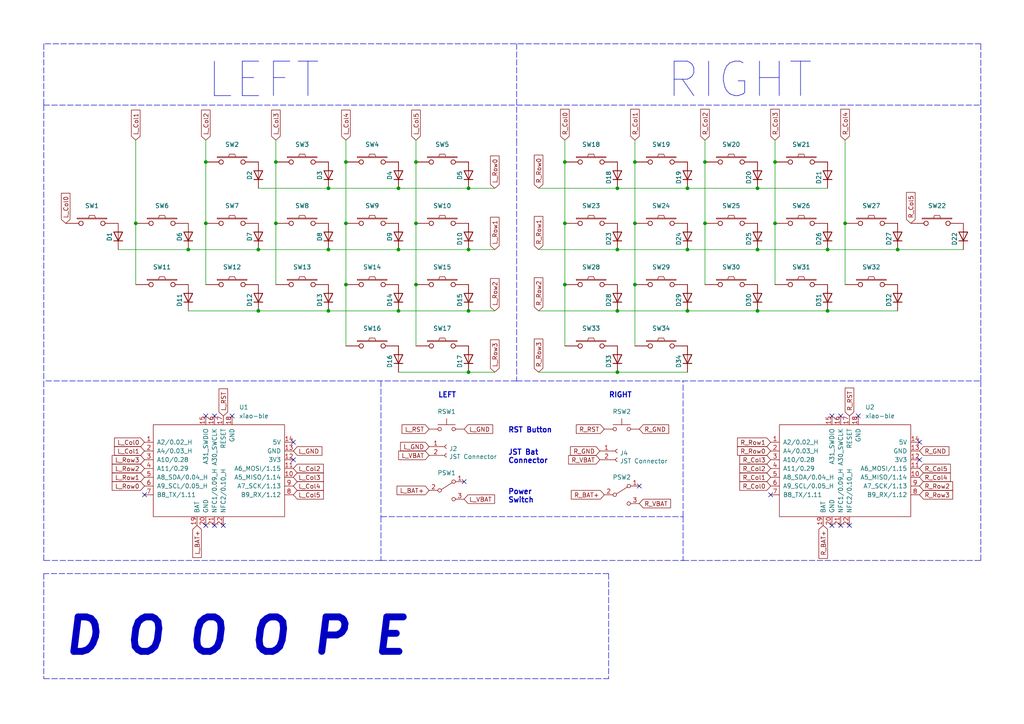
<source format=kicad_sch>
(kicad_sch (version 20211123) (generator eeschema)

  (uuid 757502bc-741b-44ce-a11f-6799c99881f0)

  (paper "A4")

  (title_block
    (title "D O O O P E")
    (date "2023-04-17")
    (rev "1")
  )

  (lib_symbols
    (symbol "Connector:Conn_01x02_Female" (pin_names (offset 1.016) hide) (in_bom yes) (on_board yes)
      (property "Reference" "J" (id 0) (at 0 2.54 0)
        (effects (font (size 1.27 1.27)))
      )
      (property "Value" "Conn_01x02_Female" (id 1) (at 0 -5.08 0)
        (effects (font (size 1.27 1.27)))
      )
      (property "Footprint" "" (id 2) (at 0 0 0)
        (effects (font (size 1.27 1.27)) hide)
      )
      (property "Datasheet" "~" (id 3) (at 0 0 0)
        (effects (font (size 1.27 1.27)) hide)
      )
      (property "ki_keywords" "connector" (id 4) (at 0 0 0)
        (effects (font (size 1.27 1.27)) hide)
      )
      (property "ki_description" "Generic connector, single row, 01x02, script generated (kicad-library-utils/schlib/autogen/connector/)" (id 5) (at 0 0 0)
        (effects (font (size 1.27 1.27)) hide)
      )
      (property "ki_fp_filters" "Connector*:*_1x??_*" (id 6) (at 0 0 0)
        (effects (font (size 1.27 1.27)) hide)
      )
      (symbol "Conn_01x02_Female_1_1"
        (arc (start 0 -2.032) (mid -0.508 -2.54) (end 0 -3.048)
          (stroke (width 0.1524) (type default) (color 0 0 0 0))
          (fill (type none))
        )
        (polyline
          (pts
            (xy -1.27 -2.54)
            (xy -0.508 -2.54)
          )
          (stroke (width 0.1524) (type default) (color 0 0 0 0))
          (fill (type none))
        )
        (polyline
          (pts
            (xy -1.27 0)
            (xy -0.508 0)
          )
          (stroke (width 0.1524) (type default) (color 0 0 0 0))
          (fill (type none))
        )
        (arc (start 0 0.508) (mid -0.508 0) (end 0 -0.508)
          (stroke (width 0.1524) (type default) (color 0 0 0 0))
          (fill (type none))
        )
        (pin passive line (at -5.08 0 0) (length 3.81)
          (name "Pin_1" (effects (font (size 1.27 1.27))))
          (number "1" (effects (font (size 1.27 1.27))))
        )
        (pin passive line (at -5.08 -2.54 0) (length 3.81)
          (name "Pin_2" (effects (font (size 1.27 1.27))))
          (number "2" (effects (font (size 1.27 1.27))))
        )
      )
    )
    (symbol "Diode:1N4148W" (pin_numbers hide) (pin_names hide) (in_bom yes) (on_board yes)
      (property "Reference" "D" (id 0) (at 0 2.54 0)
        (effects (font (size 1.27 1.27)))
      )
      (property "Value" "1N4148W" (id 1) (at 0 -2.54 0)
        (effects (font (size 1.27 1.27)))
      )
      (property "Footprint" "Diode_SMD:D_SOD-123" (id 2) (at 0 -4.445 0)
        (effects (font (size 1.27 1.27)) hide)
      )
      (property "Datasheet" "https://www.vishay.com/docs/85748/1n4148w.pdf" (id 3) (at 0 0 0)
        (effects (font (size 1.27 1.27)) hide)
      )
      (property "ki_keywords" "diode" (id 4) (at 0 0 0)
        (effects (font (size 1.27 1.27)) hide)
      )
      (property "ki_description" "75V 0.15A Fast Switching Diode, SOD-123" (id 5) (at 0 0 0)
        (effects (font (size 1.27 1.27)) hide)
      )
      (property "ki_fp_filters" "D*SOD?123*" (id 6) (at 0 0 0)
        (effects (font (size 1.27 1.27)) hide)
      )
      (symbol "1N4148W_0_1"
        (polyline
          (pts
            (xy -1.27 1.27)
            (xy -1.27 -1.27)
          )
          (stroke (width 0.254) (type default) (color 0 0 0 0))
          (fill (type none))
        )
        (polyline
          (pts
            (xy 1.27 0)
            (xy -1.27 0)
          )
          (stroke (width 0) (type default) (color 0 0 0 0))
          (fill (type none))
        )
        (polyline
          (pts
            (xy 1.27 1.27)
            (xy 1.27 -1.27)
            (xy -1.27 0)
            (xy 1.27 1.27)
          )
          (stroke (width 0.254) (type default) (color 0 0 0 0))
          (fill (type none))
        )
      )
      (symbol "1N4148W_1_1"
        (pin passive line (at -3.81 0 0) (length 2.54)
          (name "K" (effects (font (size 1.27 1.27))))
          (number "1" (effects (font (size 1.27 1.27))))
        )
        (pin passive line (at 3.81 0 180) (length 2.54)
          (name "A" (effects (font (size 1.27 1.27))))
          (number "2" (effects (font (size 1.27 1.27))))
        )
      )
    )
    (symbol "Switch:SW_Push" (pin_numbers hide) (pin_names (offset 1.016) hide) (in_bom yes) (on_board yes)
      (property "Reference" "SW" (id 0) (at 1.27 2.54 0)
        (effects (font (size 1.27 1.27)) (justify left))
      )
      (property "Value" "SW_Push" (id 1) (at 0 -1.524 0)
        (effects (font (size 1.27 1.27)))
      )
      (property "Footprint" "" (id 2) (at 0 5.08 0)
        (effects (font (size 1.27 1.27)) hide)
      )
      (property "Datasheet" "~" (id 3) (at 0 5.08 0)
        (effects (font (size 1.27 1.27)) hide)
      )
      (property "ki_keywords" "switch normally-open pushbutton push-button" (id 4) (at 0 0 0)
        (effects (font (size 1.27 1.27)) hide)
      )
      (property "ki_description" "Push button switch, generic, two pins" (id 5) (at 0 0 0)
        (effects (font (size 1.27 1.27)) hide)
      )
      (symbol "SW_Push_0_1"
        (circle (center -2.032 0) (radius 0.508)
          (stroke (width 0) (type default) (color 0 0 0 0))
          (fill (type none))
        )
        (polyline
          (pts
            (xy 0 1.27)
            (xy 0 3.048)
          )
          (stroke (width 0) (type default) (color 0 0 0 0))
          (fill (type none))
        )
        (polyline
          (pts
            (xy 2.54 1.27)
            (xy -2.54 1.27)
          )
          (stroke (width 0) (type default) (color 0 0 0 0))
          (fill (type none))
        )
        (circle (center 2.032 0) (radius 0.508)
          (stroke (width 0) (type default) (color 0 0 0 0))
          (fill (type none))
        )
        (pin passive line (at -5.08 0 0) (length 2.54)
          (name "1" (effects (font (size 1.27 1.27))))
          (number "1" (effects (font (size 1.27 1.27))))
        )
        (pin passive line (at 5.08 0 180) (length 2.54)
          (name "2" (effects (font (size 1.27 1.27))))
          (number "2" (effects (font (size 1.27 1.27))))
        )
      )
    )
    (symbol "Switch:SW_SPDT" (pin_names (offset 0) hide) (in_bom yes) (on_board yes)
      (property "Reference" "SW" (id 0) (at 0 4.318 0)
        (effects (font (size 1.27 1.27)))
      )
      (property "Value" "SW_SPDT" (id 1) (at 0 -5.08 0)
        (effects (font (size 1.27 1.27)))
      )
      (property "Footprint" "" (id 2) (at 0 0 0)
        (effects (font (size 1.27 1.27)) hide)
      )
      (property "Datasheet" "~" (id 3) (at 0 0 0)
        (effects (font (size 1.27 1.27)) hide)
      )
      (property "ki_keywords" "switch single-pole double-throw spdt ON-ON" (id 4) (at 0 0 0)
        (effects (font (size 1.27 1.27)) hide)
      )
      (property "ki_description" "Switch, single pole double throw" (id 5) (at 0 0 0)
        (effects (font (size 1.27 1.27)) hide)
      )
      (symbol "SW_SPDT_0_0"
        (circle (center -2.032 0) (radius 0.508)
          (stroke (width 0) (type default) (color 0 0 0 0))
          (fill (type none))
        )
        (circle (center 2.032 -2.54) (radius 0.508)
          (stroke (width 0) (type default) (color 0 0 0 0))
          (fill (type none))
        )
      )
      (symbol "SW_SPDT_0_1"
        (polyline
          (pts
            (xy -1.524 0.254)
            (xy 1.651 2.286)
          )
          (stroke (width 0) (type default) (color 0 0 0 0))
          (fill (type none))
        )
        (circle (center 2.032 2.54) (radius 0.508)
          (stroke (width 0) (type default) (color 0 0 0 0))
          (fill (type none))
        )
      )
      (symbol "SW_SPDT_1_1"
        (pin passive line (at 5.08 2.54 180) (length 2.54)
          (name "A" (effects (font (size 1.27 1.27))))
          (number "1" (effects (font (size 1.27 1.27))))
        )
        (pin passive line (at -5.08 0 0) (length 2.54)
          (name "B" (effects (font (size 1.27 1.27))))
          (number "2" (effects (font (size 1.27 1.27))))
        )
        (pin passive line (at 5.08 -2.54 180) (length 2.54)
          (name "C" (effects (font (size 1.27 1.27))))
          (number "3" (effects (font (size 1.27 1.27))))
        )
      )
    )
    (symbol "kbd:SW_PUSH" (pin_numbers hide) (pin_names (offset 1.016) hide) (in_bom yes) (on_board yes)
      (property "Reference" "SW" (id 0) (at 3.81 2.794 0)
        (effects (font (size 1.27 1.27)))
      )
      (property "Value" "SW_PUSH" (id 1) (at 0 -2.032 0)
        (effects (font (size 1.27 1.27)))
      )
      (property "Footprint" "" (id 2) (at 0 0 0)
        (effects (font (size 1.27 1.27)))
      )
      (property "Datasheet" "" (id 3) (at 0 0 0)
        (effects (font (size 1.27 1.27)))
      )
      (symbol "SW_PUSH_0_1"
        (rectangle (start -4.318 1.27) (end 4.318 1.524)
          (stroke (width 0) (type default) (color 0 0 0 0))
          (fill (type none))
        )
        (polyline
          (pts
            (xy -1.016 1.524)
            (xy -0.762 2.286)
            (xy 0.762 2.286)
            (xy 1.016 1.524)
          )
          (stroke (width 0) (type default) (color 0 0 0 0))
          (fill (type none))
        )
        (pin passive inverted (at -7.62 0 0) (length 5.08)
          (name "1" (effects (font (size 1.27 1.27))))
          (number "1" (effects (font (size 1.27 1.27))))
        )
        (pin passive inverted (at 7.62 0 180) (length 5.08)
          (name "2" (effects (font (size 1.27 1.27))))
          (number "2" (effects (font (size 1.27 1.27))))
        )
      )
    )
    (symbol "mcu:xiao-ble" (pin_names (offset 1.016)) (in_bom yes) (on_board yes)
      (property "Reference" "U" (id 0) (at -17.78 16.51 0)
        (effects (font (size 1.27 1.27)))
      )
      (property "Value" "xiao-ble" (id 1) (at -15.24 13.97 0)
        (effects (font (size 1.27 1.27)))
      )
      (property "Footprint" "" (id 2) (at -7.62 5.08 0)
        (effects (font (size 1.27 1.27)) hide)
      )
      (property "Datasheet" "" (id 3) (at -7.62 5.08 0)
        (effects (font (size 1.27 1.27)) hide)
      )
      (symbol "xiao-ble_0_1"
        (rectangle (start -19.05 12.7) (end 19.05 -13.97)
          (stroke (width 0) (type default) (color 0 0 0 0))
          (fill (type none))
        )
      )
      (symbol "xiao-ble_1_1"
        (pin bidirectional line (at -21.59 7.62 0) (length 2.54)
          (name "A2/0.02_H" (effects (font (size 1.27 1.27))))
          (number "1" (effects (font (size 1.27 1.27))))
        )
        (pin bidirectional line (at 21.59 -2.54 180) (length 2.54)
          (name "A5_MISO/1.14" (effects (font (size 1.27 1.27))))
          (number "10" (effects (font (size 1.27 1.27))))
        )
        (pin bidirectional line (at 21.59 0 180) (length 2.54)
          (name "A6_MOSI/1.15" (effects (font (size 1.27 1.27))))
          (number "11" (effects (font (size 1.27 1.27))))
        )
        (pin power_out line (at 21.59 2.54 180) (length 2.54)
          (name "3V3" (effects (font (size 1.27 1.27))))
          (number "12" (effects (font (size 1.27 1.27))))
        )
        (pin power_out line (at 21.59 5.08 180) (length 2.54)
          (name "GND" (effects (font (size 1.27 1.27))))
          (number "13" (effects (font (size 1.27 1.27))))
        )
        (pin power_out line (at 21.59 7.62 180) (length 2.54)
          (name "5V" (effects (font (size 1.27 1.27))))
          (number "14" (effects (font (size 1.27 1.27))))
        )
        (pin input line (at -3.81 15.24 270) (length 2.54)
          (name "A31_SWDIO" (effects (font (size 1.27 1.27))))
          (number "15" (effects (font (size 1.27 1.27))))
        )
        (pin input line (at -1.27 15.24 270) (length 2.54)
          (name "A30_SWCLK" (effects (font (size 1.27 1.27))))
          (number "16" (effects (font (size 1.27 1.27))))
        )
        (pin input line (at 1.27 15.24 270) (length 2.54)
          (name "RESET" (effects (font (size 1.27 1.27))))
          (number "17" (effects (font (size 1.27 1.27))))
        )
        (pin power_out line (at 3.81 15.24 270) (length 2.54)
          (name "GND" (effects (font (size 1.27 1.27))))
          (number "18" (effects (font (size 1.27 1.27))))
        )
        (pin bidirectional line (at -6.35 -16.51 90) (length 2.54)
          (name "BAT" (effects (font (size 1.27 1.27))))
          (number "19" (effects (font (size 1.27 1.27))))
        )
        (pin bidirectional line (at -21.59 5.08 0) (length 2.54)
          (name "A4/0.03_H" (effects (font (size 1.27 1.27))))
          (number "2" (effects (font (size 1.27 1.27))))
        )
        (pin power_out line (at -3.81 -16.51 90) (length 2.54)
          (name "GND" (effects (font (size 1.27 1.27))))
          (number "20" (effects (font (size 1.27 1.27))))
        )
        (pin bidirectional line (at -1.27 -16.51 90) (length 2.54)
          (name "NFC1/0.09_H" (effects (font (size 1.27 1.27))))
          (number "21" (effects (font (size 1.27 1.27))))
        )
        (pin bidirectional line (at 1.27 -16.51 90) (length 2.54)
          (name "NFC2/0.10_H" (effects (font (size 1.27 1.27))))
          (number "22" (effects (font (size 1.27 1.27))))
        )
        (pin bidirectional line (at -21.59 2.54 0) (length 2.54)
          (name "A10/0.28" (effects (font (size 1.27 1.27))))
          (number "3" (effects (font (size 1.27 1.27))))
        )
        (pin bidirectional line (at -21.59 0 0) (length 2.54)
          (name "A11/0.29" (effects (font (size 1.27 1.27))))
          (number "4" (effects (font (size 1.27 1.27))))
        )
        (pin bidirectional line (at -21.59 -2.54 0) (length 2.54)
          (name "A8_SDA/0.04_H" (effects (font (size 1.27 1.27))))
          (number "5" (effects (font (size 1.27 1.27))))
        )
        (pin bidirectional line (at -21.59 -5.08 0) (length 2.54)
          (name "A9_SCL/0.05_H" (effects (font (size 1.27 1.27))))
          (number "6" (effects (font (size 1.27 1.27))))
        )
        (pin bidirectional line (at -21.59 -7.62 0) (length 2.54)
          (name "B8_TX/1.11" (effects (font (size 1.27 1.27))))
          (number "7" (effects (font (size 1.27 1.27))))
        )
        (pin bidirectional line (at 21.59 -7.62 180) (length 2.54)
          (name "B9_RX/1.12" (effects (font (size 1.27 1.27))))
          (number "8" (effects (font (size 1.27 1.27))))
        )
        (pin bidirectional line (at 21.59 -5.08 180) (length 2.54)
          (name "A7_SCK/1.13" (effects (font (size 1.27 1.27))))
          (number "9" (effects (font (size 1.27 1.27))))
        )
      )
    )
  )

  (junction (at 115.57 72.39) (diameter 0) (color 0 0 0 0)
    (uuid 07d660ca-5f34-4196-b873-81e64f30373f)
  )
  (junction (at 204.47 64.77) (diameter 0) (color 0 0 0 0)
    (uuid 0d955b09-0f2a-43d7-bada-b0df41e98579)
  )
  (junction (at 179.07 72.39) (diameter 0) (color 0 0 0 0)
    (uuid 16eb84a7-581d-4fd6-8fb6-c8ed3b1ef95c)
  )
  (junction (at 224.79 46.99) (diameter 0) (color 0 0 0 0)
    (uuid 19a42268-dc84-44ee-8573-83e240eecf5a)
  )
  (junction (at 163.83 46.99) (diameter 0) (color 0 0 0 0)
    (uuid 1f60cf95-448a-4df1-804e-48b8aa62375a)
  )
  (junction (at 204.47 46.99) (diameter 0) (color 0 0 0 0)
    (uuid 24041cd8-2fee-43e6-a03b-435d0ac4c0db)
  )
  (junction (at 115.57 90.17) (diameter 0) (color 0 0 0 0)
    (uuid 28605236-48c4-4c53-971b-ea9f9ad3f5f3)
  )
  (junction (at 219.71 54.61) (diameter 0) (color 0 0 0 0)
    (uuid 2ce964bf-654b-4778-9d80-30c3a70f04d7)
  )
  (junction (at 120.65 64.77) (diameter 0) (color 0 0 0 0)
    (uuid 31bf2072-d206-4a9c-bf3e-48254c34da20)
  )
  (junction (at 219.71 90.17) (diameter 0) (color 0 0 0 0)
    (uuid 3bc24131-661a-4db0-813a-d215a4ff1127)
  )
  (junction (at 219.71 72.39) (diameter 0) (color 0 0 0 0)
    (uuid 3d7823c5-757e-4337-9d5b-9a2dc4de1718)
  )
  (junction (at 95.25 72.39) (diameter 0) (color 0 0 0 0)
    (uuid 4107ec43-349a-4c3e-876a-e6149662295b)
  )
  (junction (at 135.89 72.39) (diameter 0) (color 0 0 0 0)
    (uuid 4acb1484-eddb-48b3-9866-074a7fba7653)
  )
  (junction (at 199.39 72.39) (diameter 0) (color 0 0 0 0)
    (uuid 50a0ab23-f635-47c0-b9c3-fe17bbc87ecc)
  )
  (junction (at 184.15 64.77) (diameter 0) (color 0 0 0 0)
    (uuid 528a7843-3506-4661-8693-5d9191a5fbbe)
  )
  (junction (at 80.01 64.77) (diameter 0) (color 0 0 0 0)
    (uuid 5ab8061f-e697-4ca0-b7e7-114293ce0804)
  )
  (junction (at 54.61 72.39) (diameter 0) (color 0 0 0 0)
    (uuid 5ca96f09-9c64-411e-8db8-db88d21dc778)
  )
  (junction (at 115.57 54.61) (diameter 0) (color 0 0 0 0)
    (uuid 5cc0ae2a-b8dd-4bc2-a20d-97cda39d20fb)
  )
  (junction (at 95.25 90.17) (diameter 0) (color 0 0 0 0)
    (uuid 5d8b7062-1cff-4b3f-b4a5-fd218091c09a)
  )
  (junction (at 135.89 90.17) (diameter 0) (color 0 0 0 0)
    (uuid 60187d10-1e3a-44ca-ac74-9905ab757d05)
  )
  (junction (at 39.37 64.77) (diameter 0) (color 0 0 0 0)
    (uuid 64affb61-e566-42c2-9d1f-fc608dff1ab9)
  )
  (junction (at 80.01 46.99) (diameter 0) (color 0 0 0 0)
    (uuid 68ded1a8-b5a4-4f8b-b90b-cf883ed5b5e0)
  )
  (junction (at 260.35 72.39) (diameter 0) (color 0 0 0 0)
    (uuid 71ada177-e01f-41c6-bd22-e5e439eac392)
  )
  (junction (at 135.89 54.61) (diameter 0) (color 0 0 0 0)
    (uuid 78ef94b2-a2db-4f61-86a0-337f0ea526dc)
  )
  (junction (at 100.33 64.77) (diameter 0) (color 0 0 0 0)
    (uuid 7c2e82bc-3daf-4794-b2a9-7fc5e919b968)
  )
  (junction (at 179.07 90.17) (diameter 0) (color 0 0 0 0)
    (uuid 7d41e219-bbf7-43c5-b4b9-2cdd3a07c15f)
  )
  (junction (at 224.79 64.77) (diameter 0) (color 0 0 0 0)
    (uuid 8a720492-2280-4f32-ac8f-d463642ab29d)
  )
  (junction (at 199.39 54.61) (diameter 0) (color 0 0 0 0)
    (uuid 8b6ef330-4248-4edc-8fe5-f468ff2e4c24)
  )
  (junction (at 199.39 90.17) (diameter 0) (color 0 0 0 0)
    (uuid 8c35718b-32ab-49b0-9417-b9c0c3d07912)
  )
  (junction (at 59.69 46.99) (diameter 0) (color 0 0 0 0)
    (uuid 91b79afa-46a8-469f-bb5e-456f1aac119f)
  )
  (junction (at 95.25 54.61) (diameter 0) (color 0 0 0 0)
    (uuid 97965878-7d99-439d-ad6b-de938a8cc539)
  )
  (junction (at 184.15 46.99) (diameter 0) (color 0 0 0 0)
    (uuid 97fe92f0-b2d3-43fa-b050-9509bc86574c)
  )
  (junction (at 179.07 54.61) (diameter 0) (color 0 0 0 0)
    (uuid 9a00097a-0f37-4ec8-bb31-ad5978f5ab38)
  )
  (junction (at 100.33 82.55) (diameter 0) (color 0 0 0 0)
    (uuid 9b932ba2-4d76-4465-bbf3-5bc69f21eaed)
  )
  (junction (at 179.07 107.95) (diameter 0) (color 0 0 0 0)
    (uuid 9dabc1f5-fc5f-46d3-b01e-8d605c02a0d0)
  )
  (junction (at 163.83 82.55) (diameter 0) (color 0 0 0 0)
    (uuid a07a5dfe-505f-40ef-a5c2-6c60941b1116)
  )
  (junction (at 74.93 90.17) (diameter 0) (color 0 0 0 0)
    (uuid a8a570b6-d3c9-499a-97d4-a505d7a0f368)
  )
  (junction (at 120.65 46.99) (diameter 0) (color 0 0 0 0)
    (uuid aabd5a3f-4dda-4a8a-b5db-ecbfcb3e07f6)
  )
  (junction (at 245.11 64.77) (diameter 0) (color 0 0 0 0)
    (uuid abf086c9-ea55-43c4-a470-d22c3369f9c8)
  )
  (junction (at 240.03 72.39) (diameter 0) (color 0 0 0 0)
    (uuid d875991a-7e8d-48fd-825f-f6e76451f2a0)
  )
  (junction (at 135.89 107.95) (diameter 0) (color 0 0 0 0)
    (uuid e1114366-a0fa-48ee-b3db-65454edcf715)
  )
  (junction (at 240.03 90.17) (diameter 0) (color 0 0 0 0)
    (uuid e2fcd843-f8bf-4207-a8c7-573d682c8643)
  )
  (junction (at 59.69 64.77) (diameter 0) (color 0 0 0 0)
    (uuid e6861b35-8e90-490f-84f4-abf9deb13204)
  )
  (junction (at 163.83 64.77) (diameter 0) (color 0 0 0 0)
    (uuid f10e0a26-6353-4975-b467-b6642abfb5d0)
  )
  (junction (at 74.93 72.39) (diameter 0) (color 0 0 0 0)
    (uuid f1dea1ba-a295-4358-a02b-62cdd314699e)
  )
  (junction (at 184.15 82.55) (diameter 0) (color 0 0 0 0)
    (uuid f1f31a98-a6fe-4a22-a92f-bc2088ecf795)
  )
  (junction (at 120.65 82.55) (diameter 0) (color 0 0 0 0)
    (uuid fa52f066-e554-4df7-9bb5-6ef49a39b485)
  )
  (junction (at 100.33 46.99) (diameter 0) (color 0 0 0 0)
    (uuid fd03ad5b-3be5-4bb3-85a0-5f2756003728)
  )

  (no_connect (at 243.84 120.65) (uuid 0006764b-84ec-48a4-b5a7-b1c413b03574))
  (no_connect (at 59.69 120.65) (uuid 0509783c-f63b-424a-8155-1f7dbaaa8f34))
  (no_connect (at 248.92 120.65) (uuid 05183bcb-1740-4683-92d2-a0c66a76901a))
  (no_connect (at 41.91 143.51) (uuid 0bcf0296-00ea-422d-bb68-7f34721df129))
  (no_connect (at 223.52 143.51) (uuid 325a0cfc-f668-44ec-b635-55685c4fdf43))
  (no_connect (at 62.23 152.4) (uuid 55babae6-4545-4a86-8798-579c088bc58d))
  (no_connect (at 134.62 139.7) (uuid 69f16ec9-a4e0-485f-b12a-207454e1371b))
  (no_connect (at 185.42 140.97) (uuid 7f610c6b-1f7c-43df-90ef-4acf27c65510))
  (no_connect (at 67.31 120.65) (uuid 8b63f392-7a09-4228-af68-0532141a8c67))
  (no_connect (at 85.09 128.27) (uuid 9d3ac247-3686-4a98-a463-e8ed7f999268))
  (no_connect (at 241.3 120.65) (uuid a9036b82-76cb-41d6-adaa-06d1174914fe))
  (no_connect (at 59.69 152.4) (uuid b66446ed-d031-4a02-8342-eb0bc162d478))
  (no_connect (at 243.84 152.4) (uuid c07fec99-6210-40ae-befd-96e8d1544d5a))
  (no_connect (at 266.7 128.27) (uuid d6afc30f-e7c3-4e3f-9a64-1a6fbf83f765))
  (no_connect (at 62.23 120.65) (uuid e2819535-aa8c-4f29-a8a1-057f26939a2a))
  (no_connect (at 85.09 133.35) (uuid e5c1ee97-66aa-48a1-9a6e-da2877886d3a))
  (no_connect (at 241.3 152.4) (uuid e895f66d-e9d8-4109-b85a-48209223483b))
  (no_connect (at 266.7 133.35) (uuid ecc8fe5f-561a-4239-8c40-a088ab163715))
  (no_connect (at 64.77 152.4) (uuid f1c4e114-f8ea-4c6a-a66c-828d69428850))
  (no_connect (at 246.38 152.4) (uuid f462752a-4367-4998-a516-dfcd2c9ed1c4))

  (wire (pts (xy 120.65 82.55) (xy 120.65 100.33))
    (stroke (width 0) (type default) (color 0 0 0 0))
    (uuid 03eb37d8-19bb-48a8-98d6-42b6c7f79a1e)
  )
  (polyline (pts (xy 176.53 166.37) (xy 12.7 166.37))
    (stroke (width 0) (type default) (color 0 0 0 0))
    (uuid 0f0ac30a-3cc4-443a-9d77-85740b6b7825)
  )
  (polyline (pts (xy 198.12 149.86) (xy 198.12 162.56))
    (stroke (width 0) (type default) (color 0 0 0 0))
    (uuid 11421408-36de-4d9b-bc73-c9dd35a41111)
  )

  (wire (pts (xy 224.79 40.64) (xy 224.79 46.99))
    (stroke (width 0) (type default) (color 0 0 0 0))
    (uuid 12e02ef0-718c-4d56-bf26-dadda41b42f3)
  )
  (polyline (pts (xy 198.12 149.86) (xy 198.12 110.49))
    (stroke (width 0) (type default) (color 0 0 0 0))
    (uuid 14ab9d5c-fc42-4172-8495-9599e46760b7)
  )

  (wire (pts (xy 163.83 64.77) (xy 163.83 82.55))
    (stroke (width 0) (type default) (color 0 0 0 0))
    (uuid 17719400-62fd-463f-a4fe-ad529c35fb15)
  )
  (wire (pts (xy 184.15 64.77) (xy 184.15 82.55))
    (stroke (width 0) (type default) (color 0 0 0 0))
    (uuid 19bcbae7-c332-4bd9-8938-88aa1a0d5ca7)
  )
  (wire (pts (xy 184.15 82.55) (xy 184.15 100.33))
    (stroke (width 0) (type default) (color 0 0 0 0))
    (uuid 1c3f68a1-6c35-4203-b8b2-aefced03a40e)
  )
  (polyline (pts (xy 198.12 162.56) (xy 198.12 162.56))
    (stroke (width 0) (type default) (color 0 0 0 0))
    (uuid 1d722226-d972-4c51-8e26-2ed7007dce73)
  )
  (polyline (pts (xy 12.7 30.48) (xy 284.48 30.48))
    (stroke (width 0) (type default) (color 0 0 0 0))
    (uuid 1f8a2f0a-ea75-4b92-8caf-4fa4e7e3239e)
  )

  (wire (pts (xy 224.79 64.77) (xy 224.79 82.55))
    (stroke (width 0) (type default) (color 0 0 0 0))
    (uuid 25fa59e5-8e8a-46ba-ab77-e15a8adea31d)
  )
  (wire (pts (xy 54.61 90.17) (xy 74.93 90.17))
    (stroke (width 0) (type default) (color 0 0 0 0))
    (uuid 260bc5a4-e0c9-4df5-8ff6-ca73b23e16ff)
  )
  (wire (pts (xy 204.47 64.77) (xy 204.47 82.55))
    (stroke (width 0) (type default) (color 0 0 0 0))
    (uuid 28faee6f-67d3-4ee8-a848-31bb72854505)
  )
  (polyline (pts (xy 12.7 12.7) (xy 12.7 30.48))
    (stroke (width 0) (type default) (color 0 0 0 0))
    (uuid 34f916a6-f82d-4dac-b291-518757266a62)
  )

  (wire (pts (xy 135.89 107.95) (xy 143.51 107.95))
    (stroke (width 0) (type default) (color 0 0 0 0))
    (uuid 360d2b1c-6f23-404e-9db1-f1a869a1dc1b)
  )
  (polyline (pts (xy 12.7 30.48) (xy 12.7 110.49))
    (stroke (width 0) (type default) (color 0 0 0 0))
    (uuid 372601b3-9297-4b98-b32f-791c259176f2)
  )
  (polyline (pts (xy 149.86 110.49) (xy 284.48 110.49))
    (stroke (width 0) (type default) (color 0 0 0 0))
    (uuid 3816c7f2-f984-43af-a6d1-546f9ac25e17)
  )

  (wire (pts (xy 80.01 40.64) (xy 80.01 46.99))
    (stroke (width 0) (type default) (color 0 0 0 0))
    (uuid 3bbf152f-7a08-40ac-b2be-56dd05a113a6)
  )
  (wire (pts (xy 219.71 54.61) (xy 240.03 54.61))
    (stroke (width 0) (type default) (color 0 0 0 0))
    (uuid 3eb2e1f0-cf94-4408-aaaa-857ad5bfff24)
  )
  (polyline (pts (xy 12.7 166.37) (xy 12.7 196.85))
    (stroke (width 0) (type default) (color 0 0 0 0))
    (uuid 3f86e194-ae6e-4205-8da3-def9605fb8ab)
  )

  (wire (pts (xy 115.57 54.61) (xy 135.89 54.61))
    (stroke (width 0) (type default) (color 0 0 0 0))
    (uuid 407d650e-2d6c-462e-a2c5-08ad643019c1)
  )
  (polyline (pts (xy 149.86 110.49) (xy 12.7 110.49))
    (stroke (width 0) (type default) (color 0 0 0 0))
    (uuid 415a74a4-0477-40b9-ae90-3a268e397379)
  )

  (wire (pts (xy 100.33 82.55) (xy 100.33 100.33))
    (stroke (width 0) (type default) (color 0 0 0 0))
    (uuid 426c3626-8a95-4cc0-a3a4-e4a20996e2a0)
  )
  (wire (pts (xy 219.71 72.39) (xy 240.03 72.39))
    (stroke (width 0) (type default) (color 0 0 0 0))
    (uuid 4347ce18-e255-405c-89bf-e14c386b9fba)
  )
  (wire (pts (xy 204.47 46.99) (xy 204.47 64.77))
    (stroke (width 0) (type default) (color 0 0 0 0))
    (uuid 45018512-82c5-4366-a3c1-f88a44d7a9c2)
  )
  (wire (pts (xy 179.07 72.39) (xy 199.39 72.39))
    (stroke (width 0) (type default) (color 0 0 0 0))
    (uuid 4687e4e4-a2ed-4516-a6e3-a48bb028261a)
  )
  (wire (pts (xy 100.33 46.99) (xy 100.33 64.77))
    (stroke (width 0) (type default) (color 0 0 0 0))
    (uuid 488a2449-3ee7-49e6-bfee-f3d49d1e0d66)
  )
  (wire (pts (xy 54.61 72.39) (xy 74.93 72.39))
    (stroke (width 0) (type default) (color 0 0 0 0))
    (uuid 4bed1d7d-2f5f-4e42-9ecb-c67bda4f2fbb)
  )
  (polyline (pts (xy 176.53 166.37) (xy 176.53 196.85))
    (stroke (width 0) (type default) (color 0 0 0 0))
    (uuid 4df055c5-08b6-4509-b8dc-987e527cd7f9)
  )

  (wire (pts (xy 135.89 54.61) (xy 143.51 54.61))
    (stroke (width 0) (type default) (color 0 0 0 0))
    (uuid 4edb9dd5-7137-4e1a-a995-300db18bbf9c)
  )
  (wire (pts (xy 156.21 107.95) (xy 179.07 107.95))
    (stroke (width 0) (type default) (color 0 0 0 0))
    (uuid 52501163-d501-456a-a3f5-180a42e2d2b3)
  )
  (wire (pts (xy 199.39 72.39) (xy 219.71 72.39))
    (stroke (width 0) (type default) (color 0 0 0 0))
    (uuid 5724de6f-9efc-4133-9595-4344dd76146a)
  )
  (wire (pts (xy 156.21 90.17) (xy 179.07 90.17))
    (stroke (width 0) (type default) (color 0 0 0 0))
    (uuid 578b3a32-a62f-4d9c-8eb9-d38f22e1f4cb)
  )
  (wire (pts (xy 219.71 90.17) (xy 240.03 90.17))
    (stroke (width 0) (type default) (color 0 0 0 0))
    (uuid 57d124f3-c33e-41cf-9907-9a05113d9edf)
  )
  (wire (pts (xy 59.69 46.99) (xy 59.69 64.77))
    (stroke (width 0) (type default) (color 0 0 0 0))
    (uuid 5a8d19dd-71b2-4c0f-a720-4701c262b7cf)
  )
  (wire (pts (xy 184.15 46.99) (xy 184.15 64.77))
    (stroke (width 0) (type default) (color 0 0 0 0))
    (uuid 5b440412-c3b2-475f-b7bf-7e876f560fa1)
  )
  (wire (pts (xy 179.07 107.95) (xy 199.39 107.95))
    (stroke (width 0) (type default) (color 0 0 0 0))
    (uuid 5fb5aeca-3be6-44de-833c-6e91298af5a4)
  )
  (wire (pts (xy 163.83 40.64) (xy 163.83 46.99))
    (stroke (width 0) (type default) (color 0 0 0 0))
    (uuid 63e514d2-ce08-4109-83df-7751497a21da)
  )
  (wire (pts (xy 120.65 40.64) (xy 120.65 46.99))
    (stroke (width 0) (type default) (color 0 0 0 0))
    (uuid 6529d484-a479-4bc9-98d9-01fc61ca1ce9)
  )
  (polyline (pts (xy 149.86 12.7) (xy 149.86 40.64))
    (stroke (width 0) (type default) (color 0 0 0 0))
    (uuid 65af4c88-534f-47aa-8a69-94ee1bf6cf4a)
  )

  (wire (pts (xy 115.57 72.39) (xy 135.89 72.39))
    (stroke (width 0) (type default) (color 0 0 0 0))
    (uuid 65c0ec28-d478-43ce-ac84-445f8f39e49e)
  )
  (polyline (pts (xy 12.7 162.56) (xy 12.7 110.49))
    (stroke (width 0) (type default) (color 0 0 0 0))
    (uuid 69b39697-245e-488c-8e86-ed3e66d73655)
  )
  (polyline (pts (xy 110.49 149.86) (xy 110.49 162.56))
    (stroke (width 0) (type default) (color 0 0 0 0))
    (uuid 6b970d72-89a9-47a0-b0b6-ea7b720f3e86)
  )

  (wire (pts (xy 163.83 46.99) (xy 163.83 64.77))
    (stroke (width 0) (type default) (color 0 0 0 0))
    (uuid 6df3c207-ff15-4345-9875-1ce6efa47de5)
  )
  (wire (pts (xy 260.35 72.39) (xy 279.4 72.39))
    (stroke (width 0) (type default) (color 0 0 0 0))
    (uuid 7453d233-0664-4631-b52c-fc20723f970c)
  )
  (wire (pts (xy 240.03 72.39) (xy 260.35 72.39))
    (stroke (width 0) (type default) (color 0 0 0 0))
    (uuid 7633c3e7-ed35-4e2b-8a19-01537edbfb2a)
  )
  (wire (pts (xy 74.93 54.61) (xy 95.25 54.61))
    (stroke (width 0) (type default) (color 0 0 0 0))
    (uuid 765a3569-3fdf-4af5-9426-f485bab1c633)
  )
  (polyline (pts (xy 110.49 162.56) (xy 198.12 162.56))
    (stroke (width 0) (type default) (color 0 0 0 0))
    (uuid 77c3ee98-cccf-41e3-ab27-d01bc25f5693)
  )

  (wire (pts (xy 80.01 64.77) (xy 80.01 82.55))
    (stroke (width 0) (type default) (color 0 0 0 0))
    (uuid 79b5a38f-ad40-4702-9efd-dbf8d38cb187)
  )
  (polyline (pts (xy 149.86 40.64) (xy 149.86 110.49))
    (stroke (width 0) (type default) (color 0 0 0 0))
    (uuid 79d0f5ef-665e-4e61-9d1b-50237651111e)
  )

  (wire (pts (xy 34.29 72.39) (xy 54.61 72.39))
    (stroke (width 0) (type default) (color 0 0 0 0))
    (uuid 7a6fd9a6-14a2-4aaf-aa7d-04103a99d876)
  )
  (wire (pts (xy 179.07 90.17) (xy 199.39 90.17))
    (stroke (width 0) (type default) (color 0 0 0 0))
    (uuid 7bd85ff7-f6f4-4141-b2e4-c481efcf40f7)
  )
  (polyline (pts (xy 284.48 110.49) (xy 284.48 30.48))
    (stroke (width 0) (type default) (color 0 0 0 0))
    (uuid 7c126f8d-2454-4b76-97e3-ddaa241eab36)
  )

  (wire (pts (xy 59.69 64.77) (xy 59.69 82.55))
    (stroke (width 0) (type default) (color 0 0 0 0))
    (uuid 7e5b6ca3-801f-4f7b-9cbe-dff889ae9bc6)
  )
  (wire (pts (xy 115.57 90.17) (xy 135.89 90.17))
    (stroke (width 0) (type default) (color 0 0 0 0))
    (uuid 81265ae2-9a42-4f51-9d8d-fe9135c1cd11)
  )
  (polyline (pts (xy 284.48 162.56) (xy 284.48 110.49))
    (stroke (width 0) (type default) (color 0 0 0 0))
    (uuid 8130312d-f508-4b34-929b-0e9778ceca9c)
  )

  (wire (pts (xy 163.83 82.55) (xy 163.83 100.33))
    (stroke (width 0) (type default) (color 0 0 0 0))
    (uuid 819b700c-9241-4cf6-8c20-3637d8a7b91b)
  )
  (polyline (pts (xy 284.48 12.7) (xy 12.7 12.7))
    (stroke (width 0) (type default) (color 0 0 0 0))
    (uuid 831f3c7e-8dd9-4d7b-8699-212c0c9b9c84)
  )
  (polyline (pts (xy 110.49 149.86) (xy 198.12 149.86))
    (stroke (width 0) (type default) (color 0 0 0 0))
    (uuid 89712c1a-b323-469d-a637-2ea53fb8d4ff)
  )

  (wire (pts (xy 39.37 64.77) (xy 39.37 82.55))
    (stroke (width 0) (type default) (color 0 0 0 0))
    (uuid 8d415f31-5b1a-4aff-8abb-b5f6b41a7705)
  )
  (wire (pts (xy 120.65 64.77) (xy 120.65 82.55))
    (stroke (width 0) (type default) (color 0 0 0 0))
    (uuid 8ef881a8-bba9-4a64-8ed1-f86924cf7747)
  )
  (polyline (pts (xy 284.48 30.48) (xy 284.48 12.7))
    (stroke (width 0) (type default) (color 0 0 0 0))
    (uuid 8fc9b74a-77d7-4cdf-9621-89818231035d)
  )

  (wire (pts (xy 74.93 90.17) (xy 95.25 90.17))
    (stroke (width 0) (type default) (color 0 0 0 0))
    (uuid 900fb118-f8fa-42b5-ab21-e9196182a162)
  )
  (wire (pts (xy 39.37 40.64) (xy 39.37 64.77))
    (stroke (width 0) (type default) (color 0 0 0 0))
    (uuid 95bae9be-c0ff-48a6-8a84-55c957738eeb)
  )
  (wire (pts (xy 199.39 54.61) (xy 219.71 54.61))
    (stroke (width 0) (type default) (color 0 0 0 0))
    (uuid 9db7d35a-2a1c-4514-a2e9-52ae500c1bf7)
  )
  (wire (pts (xy 156.21 54.61) (xy 179.07 54.61))
    (stroke (width 0) (type default) (color 0 0 0 0))
    (uuid 9de0780d-175e-418f-b9dd-2f293ef95ff2)
  )
  (wire (pts (xy 100.33 40.64) (xy 100.33 46.99))
    (stroke (width 0) (type default) (color 0 0 0 0))
    (uuid a6f9f42c-c36f-41ec-bfdd-9087fab4745c)
  )
  (wire (pts (xy 80.01 46.99) (xy 80.01 64.77))
    (stroke (width 0) (type default) (color 0 0 0 0))
    (uuid a9c40982-4688-424d-aa95-7ccdf6063fcc)
  )
  (wire (pts (xy 120.65 46.99) (xy 120.65 64.77))
    (stroke (width 0) (type default) (color 0 0 0 0))
    (uuid aa7c68d2-2ef5-4af5-a448-e7fb399bb1c2)
  )
  (wire (pts (xy 184.15 40.64) (xy 184.15 46.99))
    (stroke (width 0) (type default) (color 0 0 0 0))
    (uuid ab28d295-457f-4ab1-9b63-089a9be1bbe4)
  )
  (wire (pts (xy 135.89 90.17) (xy 143.51 90.17))
    (stroke (width 0) (type default) (color 0 0 0 0))
    (uuid ab5e78ed-9749-41d6-9b72-5c01dfed06bd)
  )
  (wire (pts (xy 135.89 72.39) (xy 143.51 72.39))
    (stroke (width 0) (type default) (color 0 0 0 0))
    (uuid ac4356b5-40dc-4a9d-a39f-5951feb9dba8)
  )
  (wire (pts (xy 95.25 90.17) (xy 115.57 90.17))
    (stroke (width 0) (type default) (color 0 0 0 0))
    (uuid b06facfa-0825-491a-9faa-5b3cbb46c0a1)
  )
  (wire (pts (xy 95.25 54.61) (xy 115.57 54.61))
    (stroke (width 0) (type default) (color 0 0 0 0))
    (uuid b0dcb06a-105f-454c-84c2-93da06ad159c)
  )
  (wire (pts (xy 204.47 40.64) (xy 204.47 46.99))
    (stroke (width 0) (type default) (color 0 0 0 0))
    (uuid b2d444f7-0a1d-4cb7-b07a-b00e95d6da89)
  )
  (wire (pts (xy 224.79 46.99) (xy 224.79 64.77))
    (stroke (width 0) (type default) (color 0 0 0 0))
    (uuid b339a68a-5031-4c47-8fe7-f9fee78b0d6a)
  )
  (polyline (pts (xy 110.49 110.49) (xy 110.49 149.86))
    (stroke (width 0) (type default) (color 0 0 0 0))
    (uuid ba0531d9-2ba8-44c0-be77-ab793d732db5)
  )

  (wire (pts (xy 59.69 40.64) (xy 59.69 46.99))
    (stroke (width 0) (type default) (color 0 0 0 0))
    (uuid ba6aa9eb-5569-4037-9e71-60eb01c7b3f3)
  )
  (wire (pts (xy 240.03 90.17) (xy 260.35 90.17))
    (stroke (width 0) (type default) (color 0 0 0 0))
    (uuid c9e3fab0-d7d2-46d8-929c-a478995a9e95)
  )
  (wire (pts (xy 115.57 107.95) (xy 135.89 107.95))
    (stroke (width 0) (type default) (color 0 0 0 0))
    (uuid cee3394d-5a64-4d16-93f9-a3ebc8c82abc)
  )
  (polyline (pts (xy 110.49 162.56) (xy 12.7 162.56))
    (stroke (width 0) (type default) (color 0 0 0 0))
    (uuid cf54df06-5a74-4fab-849b-c485143d4dfc)
  )

  (wire (pts (xy 245.11 40.64) (xy 245.11 64.77))
    (stroke (width 0) (type default) (color 0 0 0 0))
    (uuid d3e63c1c-28d7-4e12-971f-1b35e866b317)
  )
  (wire (pts (xy 199.39 90.17) (xy 219.71 90.17))
    (stroke (width 0) (type default) (color 0 0 0 0))
    (uuid d5a147d7-aadf-44f1-9bb7-3a5302986b3c)
  )
  (wire (pts (xy 156.21 72.39) (xy 179.07 72.39))
    (stroke (width 0) (type default) (color 0 0 0 0))
    (uuid d8172fe4-7eb2-4736-805b-297e3aae8e6a)
  )
  (polyline (pts (xy 12.7 196.85) (xy 176.53 196.85))
    (stroke (width 0) (type default) (color 0 0 0 0))
    (uuid ddcfaac3-1a40-426d-a52c-6f1930741786)
  )

  (wire (pts (xy 95.25 72.39) (xy 115.57 72.39))
    (stroke (width 0) (type default) (color 0 0 0 0))
    (uuid e28ded9a-8943-49e2-a4f3-9dd1addf1dfc)
  )
  (wire (pts (xy 74.93 72.39) (xy 95.25 72.39))
    (stroke (width 0) (type default) (color 0 0 0 0))
    (uuid e7460701-b139-405b-ad8f-e4d08e66b155)
  )
  (wire (pts (xy 245.11 64.77) (xy 245.11 82.55))
    (stroke (width 0) (type default) (color 0 0 0 0))
    (uuid ed9beacd-1491-4d6b-a195-b5a3fdcd46ee)
  )
  (polyline (pts (xy 198.12 162.56) (xy 284.48 162.56))
    (stroke (width 0) (type default) (color 0 0 0 0))
    (uuid ee3e5347-7b94-41b5-84a2-891a604bd28e)
  )

  (wire (pts (xy 100.33 64.77) (xy 100.33 82.55))
    (stroke (width 0) (type default) (color 0 0 0 0))
    (uuid f3baf0db-4012-45f6-9551-d3c65dd3e3b6)
  )
  (wire (pts (xy 179.07 54.61) (xy 199.39 54.61))
    (stroke (width 0) (type default) (color 0 0 0 0))
    (uuid f4fd8807-dbe6-4b40-a645-95a54d5f064c)
  )

  (text "RST Button" (at 147.32 125.73 0)
    (effects (font (size 1.5 1.5) (thickness 0.3) bold) (justify left bottom))
    (uuid 12d9ee34-a46e-49d9-87c3-173798b93a9c)
  )
  (text "Power\nSwitch" (at 147.32 146.05 0)
    (effects (font (size 1.5 1.5) (thickness 0.3) bold) (justify left bottom))
    (uuid 3867b93c-9a8f-41ad-8975-46eea7227e72)
  )
  (text "RIGHT" (at 193.04 29.21 0)
    (effects (font (size 10 10)) (justify left bottom))
    (uuid 43f90cd0-3e9f-417a-aaa4-6fdb7796d083)
  )
  (text "JST Bat\nConnector" (at 147.32 134.62 0)
    (effects (font (size 1.5 1.5) (thickness 0.3) bold) (justify left bottom))
    (uuid 468eb3f8-c47b-49e1-ae39-3433decf0cf1)
  )
  (text "LEFT" (at 59.69 29.21 0)
    (effects (font (size 10 10)) (justify left bottom))
    (uuid 5a66b164-8a2d-4a77-9f23-7035bdd64df2)
  )
  (text "LEFT" (at 127 115.57 0)
    (effects (font (size 1.5 1.5) (thickness 0.3) bold) (justify left bottom))
    (uuid 80b64823-889e-46f5-9c82-5e3914b62d7a)
  )
  (text "RIGHT" (at 176.53 115.57 0)
    (effects (font (size 1.5 1.5) (thickness 0.3) bold) (justify left bottom))
    (uuid c86cbb79-f5b4-41e7-82e2-fe2e79d492bb)
  )
  (text "D O O O P E" (at 17.78 190.5 0)
    (effects (font (size 10 10) (thickness 2) bold italic) (justify left bottom))
    (uuid fdca8687-8621-427f-a61e-206c42908d3e)
  )

  (global_label "L_VBAT" (shape input) (at 124.46 132.08 180) (fields_autoplaced)
    (effects (font (size 1.27 1.27)) (justify right))
    (uuid 0007518a-ba32-49f8-b902-1c739bfd8575)
    (property "Intersheet References" "${INTERSHEET_REFS}" (id 0) (at 115.6364 132.1594 0)
      (effects (font (size 1.27 1.27)) (justify right) hide)
    )
  )
  (global_label "R_Row1" (shape input) (at 223.52 128.27 180) (fields_autoplaced)
    (effects (font (size 1.27 1.27)) (justify right))
    (uuid 02d82de8-979e-4067-8351-14318fecdd7d)
    (property "Intersheet References" "${INTERSHEET_REFS}" (id 0) (at 213.9102 128.3494 0)
      (effects (font (size 1.27 1.27)) (justify right) hide)
    )
  )
  (global_label "L_Row0" (shape input) (at 41.91 140.97 180) (fields_autoplaced)
    (effects (font (size 1.27 1.27)) (justify right))
    (uuid 0d16fbef-1633-4435-99e3-3d2991b7d0c2)
    (property "Intersheet References" "${INTERSHEET_REFS}" (id 0) (at 32.5421 140.8906 0)
      (effects (font (size 1.27 1.27)) (justify right) hide)
    )
  )
  (global_label "L_Col3" (shape input) (at 85.09 138.43 0) (fields_autoplaced)
    (effects (font (size 1.27 1.27)) (justify left))
    (uuid 1015f22a-c2a4-44df-952d-1c5dbd57c5b5)
    (property "Intersheet References" "${INTERSHEET_REFS}" (id 0) (at 93.7926 138.5094 0)
      (effects (font (size 1.27 1.27)) (justify left) hide)
    )
  )
  (global_label "R_Col3" (shape input) (at 223.52 133.35 180) (fields_autoplaced)
    (effects (font (size 1.27 1.27)) (justify right))
    (uuid 113fc771-df8c-4450-8305-7a933b6404b9)
    (property "Intersheet References" "${INTERSHEET_REFS}" (id 0) (at 214.5755 133.2706 0)
      (effects (font (size 1.27 1.27)) (justify right) hide)
    )
  )
  (global_label "L_GND" (shape input) (at 134.62 124.46 0) (fields_autoplaced)
    (effects (font (size 1.27 1.27)) (justify left))
    (uuid 1a4b2ac3-2426-47d3-ac6d-4c1d605388c2)
    (property "Intersheet References" "${INTERSHEET_REFS}" (id 0) (at 142.8993 124.3806 0)
      (effects (font (size 1.27 1.27)) (justify left) hide)
    )
  )
  (global_label "R_Col0" (shape input) (at 223.52 140.97 180) (fields_autoplaced)
    (effects (font (size 1.27 1.27)) (justify right))
    (uuid 1f3707c9-5279-4ebd-a0d0-d3a513ccf096)
    (property "Intersheet References" "${INTERSHEET_REFS}" (id 0) (at 214.5755 140.8906 0)
      (effects (font (size 1.27 1.27)) (justify right) hide)
    )
  )
  (global_label "L_GND" (shape input) (at 124.46 129.54 180) (fields_autoplaced)
    (effects (font (size 1.27 1.27)) (justify right))
    (uuid 28e39ce1-669f-4da0-a1e4-b205f2624e6f)
    (property "Intersheet References" "${INTERSHEET_REFS}" (id 0) (at 116.1807 129.4606 0)
      (effects (font (size 1.27 1.27)) (justify right) hide)
    )
  )
  (global_label "L_BAT+" (shape input) (at 57.15 152.4 270) (fields_autoplaced)
    (effects (font (size 1.27 1.27)) (justify right))
    (uuid 2fb85f00-1c9f-497f-b5e1-7a44b4224b95)
    (property "Intersheet References" "${INTERSHEET_REFS}" (id 0) (at 57.0706 161.7074 90)
      (effects (font (size 1.27 1.27)) (justify right) hide)
    )
  )
  (global_label "L_Row2" (shape input) (at 143.51 90.17 90) (fields_autoplaced)
    (effects (font (size 1.27 1.27)) (justify left))
    (uuid 305efadf-c4d6-4647-a2ae-f83b535f922a)
    (property "Intersheet References" "${INTERSHEET_REFS}" (id 0) (at 143.4306 80.8021 90)
      (effects (font (size 1.27 1.27)) (justify left) hide)
    )
  )
  (global_label "R_GND" (shape input) (at 185.42 124.46 0) (fields_autoplaced)
    (effects (font (size 1.27 1.27)) (justify left))
    (uuid 35e55613-34e5-4251-8e7b-4e84bb6f8e9e)
    (property "Intersheet References" "${INTERSHEET_REFS}" (id 0) (at 193.9412 124.3806 0)
      (effects (font (size 1.27 1.27)) (justify left) hide)
    )
  )
  (global_label "R_Row2" (shape input) (at 156.21 90.17 90) (fields_autoplaced)
    (effects (font (size 1.27 1.27)) (justify left))
    (uuid 38e0b8e0-64de-4e4c-9b64-8a1f89dbb47f)
    (property "Intersheet References" "${INTERSHEET_REFS}" (id 0) (at 156.2894 80.5602 90)
      (effects (font (size 1.27 1.27)) (justify left) hide)
    )
  )
  (global_label "L_Col1" (shape input) (at 39.37 40.64 90) (fields_autoplaced)
    (effects (font (size 1.27 1.27)) (justify left))
    (uuid 3a95f173-8b93-4ea6-94f6-af92fb07d8b2)
    (property "Intersheet References" "${INTERSHEET_REFS}" (id 0) (at 39.2906 31.9374 90)
      (effects (font (size 1.27 1.27)) (justify left) hide)
    )
  )
  (global_label "R_Row0" (shape input) (at 156.21 54.61 90) (fields_autoplaced)
    (effects (font (size 1.27 1.27)) (justify left))
    (uuid 3dceb326-f23c-4b51-b993-6bccb1fa214a)
    (property "Intersheet References" "${INTERSHEET_REFS}" (id 0) (at 156.2894 45.0002 90)
      (effects (font (size 1.27 1.27)) (justify left) hide)
    )
  )
  (global_label "L_Col1" (shape input) (at 41.91 130.81 180) (fields_autoplaced)
    (effects (font (size 1.27 1.27)) (justify right))
    (uuid 3dd75603-0a61-4227-ad76-1daff78d1e19)
    (property "Intersheet References" "${INTERSHEET_REFS}" (id 0) (at 33.2074 130.7306 0)
      (effects (font (size 1.27 1.27)) (justify right) hide)
    )
  )
  (global_label "L_Col3" (shape input) (at 80.01 40.64 90) (fields_autoplaced)
    (effects (font (size 1.27 1.27)) (justify left))
    (uuid 3e6e9563-61ff-489f-9620-ec3aff60d157)
    (property "Intersheet References" "${INTERSHEET_REFS}" (id 0) (at 79.9306 31.9374 90)
      (effects (font (size 1.27 1.27)) (justify left) hide)
    )
  )
  (global_label "L_GND" (shape input) (at 85.09 130.81 0) (fields_autoplaced)
    (effects (font (size 1.27 1.27)) (justify left))
    (uuid 429ce314-cafa-46c3-b287-573f01852a12)
    (property "Intersheet References" "${INTERSHEET_REFS}" (id 0) (at 93.3693 130.7306 0)
      (effects (font (size 1.27 1.27)) (justify left) hide)
    )
  )
  (global_label "L_Col5" (shape input) (at 85.09 143.51 0) (fields_autoplaced)
    (effects (font (size 1.27 1.27)) (justify left))
    (uuid 4c85961b-df49-4225-a32b-c133b063ed99)
    (property "Intersheet References" "${INTERSHEET_REFS}" (id 0) (at 93.7926 143.4306 0)
      (effects (font (size 1.27 1.27)) (justify left) hide)
    )
  )
  (global_label "L_VBAT" (shape input) (at 134.62 144.78 0) (fields_autoplaced)
    (effects (font (size 1.27 1.27)) (justify left))
    (uuid 4fa393b6-daf5-492a-a2a1-e18be087429f)
    (property "Intersheet References" "${INTERSHEET_REFS}" (id 0) (at 143.4436 144.7006 0)
      (effects (font (size 1.27 1.27)) (justify left) hide)
    )
  )
  (global_label "R_Col2" (shape input) (at 204.47 40.64 90) (fields_autoplaced)
    (effects (font (size 1.27 1.27)) (justify left))
    (uuid 5167f7ec-c388-40aa-83a3-62d406f165b0)
    (property "Intersheet References" "${INTERSHEET_REFS}" (id 0) (at 204.3906 31.6955 90)
      (effects (font (size 1.27 1.27)) (justify left) hide)
    )
  )
  (global_label "L_Col0" (shape input) (at 41.91 128.27 180) (fields_autoplaced)
    (effects (font (size 1.27 1.27)) (justify right))
    (uuid 5a78653b-bec5-4ad3-a781-61ee7f916827)
    (property "Intersheet References" "${INTERSHEET_REFS}" (id 0) (at 33.2074 128.1906 0)
      (effects (font (size 1.27 1.27)) (justify right) hide)
    )
  )
  (global_label "R_Row2" (shape input) (at 266.7 140.97 0) (fields_autoplaced)
    (effects (font (size 1.27 1.27)) (justify left))
    (uuid 5d373fc0-b4fc-44ed-afe4-6d36e5f80d35)
    (property "Intersheet References" "${INTERSHEET_REFS}" (id 0) (at 276.3098 140.8906 0)
      (effects (font (size 1.27 1.27)) (justify left) hide)
    )
  )
  (global_label "R_Row3" (shape input) (at 266.7 143.51 0) (fields_autoplaced)
    (effects (font (size 1.27 1.27)) (justify left))
    (uuid 61c77da2-6daa-438d-b256-4fd191be2a73)
    (property "Intersheet References" "${INTERSHEET_REFS}" (id 0) (at 276.3098 143.4306 0)
      (effects (font (size 1.27 1.27)) (justify left) hide)
    )
  )
  (global_label "L_RST" (shape input) (at 124.46 124.46 180) (fields_autoplaced)
    (effects (font (size 1.27 1.27)) (justify right))
    (uuid 68dc261f-0b00-45cd-ad3d-caf8a2db46f3)
    (property "Intersheet References" "${INTERSHEET_REFS}" (id 0) (at 116.604 124.3806 0)
      (effects (font (size 1.27 1.27)) (justify right) hide)
    )
  )
  (global_label "R_Col1" (shape input) (at 184.15 40.64 90) (fields_autoplaced)
    (effects (font (size 1.27 1.27)) (justify left))
    (uuid 6d8958e1-8ba8-4a62-a8a2-e886036c89d5)
    (property "Intersheet References" "${INTERSHEET_REFS}" (id 0) (at 184.0706 31.6955 90)
      (effects (font (size 1.27 1.27)) (justify left) hide)
    )
  )
  (global_label "R_Col5" (shape input) (at 266.7 135.89 0) (fields_autoplaced)
    (effects (font (size 1.27 1.27)) (justify left))
    (uuid 7115f9a0-07d1-460a-b6a7-2b409375a730)
    (property "Intersheet References" "${INTERSHEET_REFS}" (id 0) (at 275.6445 135.8106 0)
      (effects (font (size 1.27 1.27)) (justify left) hide)
    )
  )
  (global_label "R_Row0" (shape input) (at 223.52 130.81 180) (fields_autoplaced)
    (effects (font (size 1.27 1.27)) (justify right))
    (uuid 7378e0ae-bafb-4bf8-9941-3b4f84ba4db2)
    (property "Intersheet References" "${INTERSHEET_REFS}" (id 0) (at 213.9102 130.7306 0)
      (effects (font (size 1.27 1.27)) (justify right) hide)
    )
  )
  (global_label "R_VBAT" (shape input) (at 173.99 133.35 180) (fields_autoplaced)
    (effects (font (size 1.27 1.27)) (justify right))
    (uuid 73a1fd04-7b8d-425c-b0c9-cb93547458df)
    (property "Intersheet References" "${INTERSHEET_REFS}" (id 0) (at 164.9245 133.2706 0)
      (effects (font (size 1.27 1.27)) (justify right) hide)
    )
  )
  (global_label "R_Col1" (shape input) (at 223.52 138.43 180) (fields_autoplaced)
    (effects (font (size 1.27 1.27)) (justify right))
    (uuid 740ef2ab-cdfd-4120-9e25-701aad8e8271)
    (property "Intersheet References" "${INTERSHEET_REFS}" (id 0) (at 214.5755 138.3506 0)
      (effects (font (size 1.27 1.27)) (justify right) hide)
    )
  )
  (global_label "R_Col4" (shape input) (at 266.7 138.43 0) (fields_autoplaced)
    (effects (font (size 1.27 1.27)) (justify left))
    (uuid 77c6f6d9-b05a-4727-ac38-7d37a1df049d)
    (property "Intersheet References" "${INTERSHEET_REFS}" (id 0) (at 275.6445 138.5094 0)
      (effects (font (size 1.27 1.27)) (justify left) hide)
    )
  )
  (global_label "L_Row3" (shape input) (at 41.91 133.35 180) (fields_autoplaced)
    (effects (font (size 1.27 1.27)) (justify right))
    (uuid 79ae177c-2d85-429a-be40-4c8a14d3c419)
    (property "Intersheet References" "${INTERSHEET_REFS}" (id 0) (at 32.5421 133.4294 0)
      (effects (font (size 1.27 1.27)) (justify right) hide)
    )
  )
  (global_label "R_BAT+" (shape input) (at 175.26 143.51 180) (fields_autoplaced)
    (effects (font (size 1.27 1.27)) (justify right))
    (uuid 7a322546-bf31-4d66-b1cd-a80f4bca39df)
    (property "Intersheet References" "${INTERSHEET_REFS}" (id 0) (at 165.7107 143.4306 0)
      (effects (font (size 1.27 1.27)) (justify right) hide)
    )
  )
  (global_label "R_RST" (shape input) (at 175.26 124.46 180) (fields_autoplaced)
    (effects (font (size 1.27 1.27)) (justify right))
    (uuid 7a453985-b683-4686-86d7-8c6e63018b7d)
    (property "Intersheet References" "${INTERSHEET_REFS}" (id 0) (at 167.1621 124.5394 0)
      (effects (font (size 1.27 1.27)) (justify right) hide)
    )
  )
  (global_label "R_GND" (shape input) (at 266.7 130.81 0) (fields_autoplaced)
    (effects (font (size 1.27 1.27)) (justify left))
    (uuid 7cc5647c-b75b-42da-a33c-61d9c8ba6031)
    (property "Intersheet References" "${INTERSHEET_REFS}" (id 0) (at 275.2212 130.7306 0)
      (effects (font (size 1.27 1.27)) (justify left) hide)
    )
  )
  (global_label "L_Col2" (shape input) (at 59.69 40.64 90) (fields_autoplaced)
    (effects (font (size 1.27 1.27)) (justify left))
    (uuid 8c85d903-028a-472b-990d-865fa2bc7421)
    (property "Intersheet References" "${INTERSHEET_REFS}" (id 0) (at 59.6106 31.9374 90)
      (effects (font (size 1.27 1.27)) (justify left) hide)
    )
  )
  (global_label "R_BAT+" (shape input) (at 238.76 152.4 270) (fields_autoplaced)
    (effects (font (size 1.27 1.27)) (justify right))
    (uuid 94e03538-3d86-4861-8d94-85b901561a16)
    (property "Intersheet References" "${INTERSHEET_REFS}" (id 0) (at 238.6806 161.9493 90)
      (effects (font (size 1.27 1.27)) (justify right) hide)
    )
  )
  (global_label "R_Col4" (shape input) (at 245.11 40.64 90) (fields_autoplaced)
    (effects (font (size 1.27 1.27)) (justify left))
    (uuid 94e71dc8-8be1-47c7-aa0c-7661aed64fd0)
    (property "Intersheet References" "${INTERSHEET_REFS}" (id 0) (at 245.0306 31.6955 90)
      (effects (font (size 1.27 1.27)) (justify left) hide)
    )
  )
  (global_label "R_Col3" (shape input) (at 224.79 40.64 90) (fields_autoplaced)
    (effects (font (size 1.27 1.27)) (justify left))
    (uuid 96b41721-5354-462d-b8f1-c8da8364b3b3)
    (property "Intersheet References" "${INTERSHEET_REFS}" (id 0) (at 224.7106 31.6955 90)
      (effects (font (size 1.27 1.27)) (justify left) hide)
    )
  )
  (global_label "R_Col0" (shape input) (at 163.83 40.64 90) (fields_autoplaced)
    (effects (font (size 1.27 1.27)) (justify left))
    (uuid 9c62ce7f-89b6-49ac-9061-249167a05295)
    (property "Intersheet References" "${INTERSHEET_REFS}" (id 0) (at 163.7506 31.6955 90)
      (effects (font (size 1.27 1.27)) (justify left) hide)
    )
  )
  (global_label "R_RST" (shape input) (at 246.38 120.65 90) (fields_autoplaced)
    (effects (font (size 1.27 1.27)) (justify left))
    (uuid 9c7b420d-d29b-466d-90a7-bd24b06f1c0b)
    (property "Intersheet References" "${INTERSHEET_REFS}" (id 0) (at 246.3006 112.5521 90)
      (effects (font (size 1.27 1.27)) (justify left) hide)
    )
  )
  (global_label "L_Row0" (shape input) (at 143.51 54.61 90) (fields_autoplaced)
    (effects (font (size 1.27 1.27)) (justify left))
    (uuid a0da95b3-50cc-4ac1-9173-a952180c7a94)
    (property "Intersheet References" "${INTERSHEET_REFS}" (id 0) (at 143.4306 45.2421 90)
      (effects (font (size 1.27 1.27)) (justify left) hide)
    )
  )
  (global_label "L_Row1" (shape input) (at 41.91 138.43 180) (fields_autoplaced)
    (effects (font (size 1.27 1.27)) (justify right))
    (uuid b9b24afe-a2b6-4365-81ca-474e5ff766ae)
    (property "Intersheet References" "${INTERSHEET_REFS}" (id 0) (at 32.5421 138.5094 0)
      (effects (font (size 1.27 1.27)) (justify right) hide)
    )
  )
  (global_label "R_VBAT" (shape input) (at 185.42 146.05 0) (fields_autoplaced)
    (effects (font (size 1.27 1.27)) (justify left))
    (uuid baae8315-c5b9-4722-a5b5-8155f8015a03)
    (property "Intersheet References" "${INTERSHEET_REFS}" (id 0) (at 194.4855 145.9706 0)
      (effects (font (size 1.27 1.27)) (justify left) hide)
    )
  )
  (global_label "L_Col2" (shape input) (at 85.09 135.89 0) (fields_autoplaced)
    (effects (font (size 1.27 1.27)) (justify left))
    (uuid c2c07d26-3c96-4cb2-8fc6-8b8c8429e42a)
    (property "Intersheet References" "${INTERSHEET_REFS}" (id 0) (at 93.7926 135.9694 0)
      (effects (font (size 1.27 1.27)) (justify left) hide)
    )
  )
  (global_label "L_Row3" (shape input) (at 143.51 107.95 90) (fields_autoplaced)
    (effects (font (size 1.27 1.27)) (justify left))
    (uuid cc194bff-1b11-4de5-a050-e93495525dbb)
    (property "Intersheet References" "${INTERSHEET_REFS}" (id 0) (at 143.4306 98.5821 90)
      (effects (font (size 1.27 1.27)) (justify left) hide)
    )
  )
  (global_label "L_BAT+" (shape input) (at 124.46 142.24 180) (fields_autoplaced)
    (effects (font (size 1.27 1.27)) (justify right))
    (uuid d6aefdba-e1d2-42b7-b1a3-5238f0530671)
    (property "Intersheet References" "${INTERSHEET_REFS}" (id 0) (at 115.1526 142.1606 0)
      (effects (font (size 1.27 1.27)) (justify right) hide)
    )
  )
  (global_label "R_Row1" (shape input) (at 156.21 72.39 90) (fields_autoplaced)
    (effects (font (size 1.27 1.27)) (justify left))
    (uuid d7f39a53-18b5-4654-b806-f4a776a5abdb)
    (property "Intersheet References" "${INTERSHEET_REFS}" (id 0) (at 156.2894 62.7802 90)
      (effects (font (size 1.27 1.27)) (justify left) hide)
    )
  )
  (global_label "R_Col2" (shape input) (at 223.52 135.89 180) (fields_autoplaced)
    (effects (font (size 1.27 1.27)) (justify right))
    (uuid d9fbf97c-69c2-4705-804e-1cb8fe5ad785)
    (property "Intersheet References" "${INTERSHEET_REFS}" (id 0) (at 214.5755 135.8106 0)
      (effects (font (size 1.27 1.27)) (justify right) hide)
    )
  )
  (global_label "L_Col4" (shape input) (at 100.33 40.64 90) (fields_autoplaced)
    (effects (font (size 1.27 1.27)) (justify left))
    (uuid dcd0cbb2-f5b0-48e7-b5da-a9ab7f0f542b)
    (property "Intersheet References" "${INTERSHEET_REFS}" (id 0) (at 100.2506 31.9374 90)
      (effects (font (size 1.27 1.27)) (justify left) hide)
    )
  )
  (global_label "R_Row3" (shape input) (at 156.21 107.95 90) (fields_autoplaced)
    (effects (font (size 1.27 1.27)) (justify left))
    (uuid e860d97f-59c0-440e-8146-e4a01cd9a297)
    (property "Intersheet References" "${INTERSHEET_REFS}" (id 0) (at 156.2894 98.3402 90)
      (effects (font (size 1.27 1.27)) (justify left) hide)
    )
  )
  (global_label "L_RST" (shape input) (at 64.77 120.65 90) (fields_autoplaced)
    (effects (font (size 1.27 1.27)) (justify left))
    (uuid eb22d873-3568-4b78-a362-6a6a86b42752)
    (property "Intersheet References" "${INTERSHEET_REFS}" (id 0) (at 64.6906 112.794 90)
      (effects (font (size 1.27 1.27)) (justify left) hide)
    )
  )
  (global_label "R_GND" (shape input) (at 173.99 130.81 180) (fields_autoplaced)
    (effects (font (size 1.27 1.27)) (justify right))
    (uuid ed7304ac-58a1-4876-92d5-cc73dbca14ba)
    (property "Intersheet References" "${INTERSHEET_REFS}" (id 0) (at 165.4688 130.7306 0)
      (effects (font (size 1.27 1.27)) (justify right) hide)
    )
  )
  (global_label "L_Row2" (shape input) (at 41.91 135.89 180) (fields_autoplaced)
    (effects (font (size 1.27 1.27)) (justify right))
    (uuid f1880e25-992c-49fc-8014-6aec8e0a4788)
    (property "Intersheet References" "${INTERSHEET_REFS}" (id 0) (at 32.5421 135.9694 0)
      (effects (font (size 1.27 1.27)) (justify right) hide)
    )
  )
  (global_label "L_Row1" (shape input) (at 143.51 72.39 90) (fields_autoplaced)
    (effects (font (size 1.27 1.27)) (justify left))
    (uuid f8710779-053f-496e-b245-4d25b67824f0)
    (property "Intersheet References" "${INTERSHEET_REFS}" (id 0) (at 143.4306 63.0221 90)
      (effects (font (size 1.27 1.27)) (justify left) hide)
    )
  )
  (global_label "R_Col5" (shape input) (at 264.16 64.77 90) (fields_autoplaced)
    (effects (font (size 1.27 1.27)) (justify left))
    (uuid f8814846-92be-440e-a539-89151082c822)
    (property "Intersheet References" "${INTERSHEET_REFS}" (id 0) (at 264.0806 55.8255 90)
      (effects (font (size 1.27 1.27)) (justify left) hide)
    )
  )
  (global_label "L_Col0" (shape input) (at 19.05 64.77 90) (fields_autoplaced)
    (effects (font (size 1.27 1.27)) (justify left))
    (uuid faa1e0c8-2df2-4cef-86f1-f1c7025b4a7e)
    (property "Intersheet References" "${INTERSHEET_REFS}" (id 0) (at 18.9706 56.0674 90)
      (effects (font (size 1.27 1.27)) (justify left) hide)
    )
  )
  (global_label "L_Col4" (shape input) (at 85.09 140.97 0) (fields_autoplaced)
    (effects (font (size 1.27 1.27)) (justify left))
    (uuid fc53e0b0-668d-43a0-a266-eaad136665bd)
    (property "Intersheet References" "${INTERSHEET_REFS}" (id 0) (at 93.7926 141.0494 0)
      (effects (font (size 1.27 1.27)) (justify left) hide)
    )
  )
  (global_label "L_Col5" (shape input) (at 120.65 40.64 90) (fields_autoplaced)
    (effects (font (size 1.27 1.27)) (justify left))
    (uuid ff876539-732f-47a6-ab28-308c4135a529)
    (property "Intersheet References" "${INTERSHEET_REFS}" (id 0) (at 120.5706 31.9374 90)
      (effects (font (size 1.27 1.27)) (justify left) hide)
    )
  )

  (symbol (lib_id "Diode:1N4148W") (at 219.71 86.36 90) (unit 1)
    (in_bom yes) (on_board yes)
    (uuid 009587f1-c6b5-4d4b-b99f-8c93c92c2427)
    (property "Reference" "D30" (id 0) (at 217.17 85.09 0)
      (effects (font (size 1.27 1.27)) (justify right))
    )
    (property "Value" "1N4148W" (id 1) (at 222.25 87.6299 90)
      (effects (font (size 1.27 1.27)) (justify right) hide)
    )
    (property "Footprint" "KBLib:SMD Diode" (id 2) (at 224.155 86.36 0)
      (effects (font (size 1.27 1.27)) hide)
    )
    (property "Datasheet" "https://www.vishay.com/docs/85748/1n4148w.pdf" (id 3) (at 219.71 86.36 0)
      (effects (font (size 1.27 1.27)) hide)
    )
    (pin "1" (uuid 11d12dac-6611-45e5-aae9-beaeea2ff7bb))
    (pin "2" (uuid 5231720e-44b3-4605-ba62-319846a67a13))
  )

  (symbol (lib_id "Diode:1N4148W") (at 135.89 50.8 90) (unit 1)
    (in_bom yes) (on_board yes)
    (uuid 01772321-003d-4539-a629-94ddbb3264a9)
    (property "Reference" "D5" (id 0) (at 133.35 49.53 0)
      (effects (font (size 1.27 1.27)) (justify right))
    )
    (property "Value" "1N4148W" (id 1) (at 138.43 52.0699 90)
      (effects (font (size 1.27 1.27)) (justify right) hide)
    )
    (property "Footprint" "KBLib:SMD Diode" (id 2) (at 140.335 50.8 0)
      (effects (font (size 1.27 1.27)) hide)
    )
    (property "Datasheet" "https://www.vishay.com/docs/85748/1n4148w.pdf" (id 3) (at 135.89 50.8 0)
      (effects (font (size 1.27 1.27)) hide)
    )
    (pin "1" (uuid d9e35bf3-79dc-495b-8b1a-07445871962f))
    (pin "2" (uuid 17066c3a-83da-4085-98d4-e673471266ae))
  )

  (symbol (lib_id "Switch:SW_SPDT") (at 180.34 143.51 0) (unit 1)
    (in_bom yes) (on_board yes) (fields_autoplaced)
    (uuid 02e36d77-8292-4e05-8263-80092931a408)
    (property "Reference" "PSW2" (id 0) (at 180.34 138.43 0))
    (property "Value" "SW_SPDT" (id 1) (at 180.34 137.414 0)
      (effects (font (size 1.27 1.27)) hide)
    )
    (property "Footprint" "KBLib:Power Switch" (id 2) (at 180.34 143.51 0)
      (effects (font (size 1.27 1.27)) hide)
    )
    (property "Datasheet" "~" (id 3) (at 180.34 143.51 0)
      (effects (font (size 1.27 1.27)) hide)
    )
    (pin "1" (uuid d2cb4d8e-c11c-489c-903b-72eb73d39ba1))
    (pin "2" (uuid c5b13f6d-cdeb-4eef-8826-14a77b3e0e70))
    (pin "3" (uuid 5d0eae74-b052-4d39-96f6-a1fee66111a3))
  )

  (symbol (lib_id "Diode:1N4148W") (at 95.25 68.58 90) (unit 1)
    (in_bom yes) (on_board yes)
    (uuid 04f94352-c6af-4569-9377-edb2efcce5de)
    (property "Reference" "D8" (id 0) (at 92.71 67.31 0)
      (effects (font (size 1.27 1.27)) (justify right))
    )
    (property "Value" "1N4148W" (id 1) (at 97.79 69.8499 90)
      (effects (font (size 1.27 1.27)) (justify right) hide)
    )
    (property "Footprint" "KBLib:SMD Diode" (id 2) (at 99.695 68.58 0)
      (effects (font (size 1.27 1.27)) hide)
    )
    (property "Datasheet" "https://www.vishay.com/docs/85748/1n4148w.pdf" (id 3) (at 95.25 68.58 0)
      (effects (font (size 1.27 1.27)) hide)
    )
    (pin "1" (uuid 8634369e-1966-4aff-9ed1-b1a156e1f32a))
    (pin "2" (uuid 20847c5b-500b-4f4d-bee2-eab4022fc901))
  )

  (symbol (lib_id "kbd:SW_PUSH") (at 171.45 46.99 0) (unit 1)
    (in_bom yes) (on_board yes) (fields_autoplaced)
    (uuid 0b169c28-c274-44cb-964f-6b4772fe3670)
    (property "Reference" "SW18" (id 0) (at 171.45 41.91 0))
    (property "Value" "SW_PUSH" (id 1) (at 171.45 41.91 0)
      (effects (font (size 1.27 1.27)) hide)
    )
    (property "Footprint" "KBLib:Redragon_LP" (id 2) (at 171.45 46.99 0)
      (effects (font (size 1.27 1.27)) hide)
    )
    (property "Datasheet" "" (id 3) (at 171.45 46.99 0))
    (pin "1" (uuid dfe6aad0-3147-4015-bc50-41c4f6d5f893))
    (pin "2" (uuid 8394e410-b980-4e71-bff2-e09713a6bb7c))
  )

  (symbol (lib_id "kbd:SW_PUSH") (at 67.31 64.77 0) (unit 1)
    (in_bom yes) (on_board yes) (fields_autoplaced)
    (uuid 10161956-e7a2-41d2-8b6a-6408af25fc1b)
    (property "Reference" "SW7" (id 0) (at 67.31 59.69 0))
    (property "Value" "SW_PUSH" (id 1) (at 67.31 59.69 0)
      (effects (font (size 1.27 1.27)) hide)
    )
    (property "Footprint" "KBLib:Redragon_LP" (id 2) (at 67.31 64.77 0)
      (effects (font (size 1.27 1.27)) hide)
    )
    (property "Datasheet" "" (id 3) (at 67.31 64.77 0))
    (pin "1" (uuid 8db1e23f-5957-4f4e-a019-3f6cc029f910))
    (pin "2" (uuid 2eefc074-3493-4b02-a53c-05c68fa9626c))
  )

  (symbol (lib_id "Diode:1N4148W") (at 95.25 50.8 90) (unit 1)
    (in_bom yes) (on_board yes)
    (uuid 11f15944-eeff-44f4-8c7a-82fa5d85b625)
    (property "Reference" "D3" (id 0) (at 92.71 49.53 0)
      (effects (font (size 1.27 1.27)) (justify right))
    )
    (property "Value" "1N4148W" (id 1) (at 97.79 52.0699 90)
      (effects (font (size 1.27 1.27)) (justify right) hide)
    )
    (property "Footprint" "KBLib:SMD Diode" (id 2) (at 99.695 50.8 0)
      (effects (font (size 1.27 1.27)) hide)
    )
    (property "Datasheet" "https://www.vishay.com/docs/85748/1n4148w.pdf" (id 3) (at 95.25 50.8 0)
      (effects (font (size 1.27 1.27)) hide)
    )
    (pin "1" (uuid e7a0c4ef-cbbd-47c7-976b-671d3b2517e7))
    (pin "2" (uuid b8dc6e65-eacc-44d7-b728-6a7708521567))
  )

  (symbol (lib_id "kbd:SW_PUSH") (at 46.99 64.77 0) (unit 1)
    (in_bom yes) (on_board yes) (fields_autoplaced)
    (uuid 168ca2b5-4367-4794-9e22-90a299566895)
    (property "Reference" "SW6" (id 0) (at 46.99 59.69 0))
    (property "Value" "SW_PUSH" (id 1) (at 46.99 59.69 0)
      (effects (font (size 1.27 1.27)) hide)
    )
    (property "Footprint" "KBLib:Redragon_LP" (id 2) (at 46.99 64.77 0)
      (effects (font (size 1.27 1.27)) hide)
    )
    (property "Datasheet" "" (id 3) (at 46.99 64.77 0))
    (pin "1" (uuid 514b1218-1a3e-4ae4-b9bd-1690df9ef0c0))
    (pin "2" (uuid 8c546310-7fb9-4518-8c22-469390e1ff99))
  )

  (symbol (lib_id "Diode:1N4148W") (at 240.03 86.36 90) (unit 1)
    (in_bom yes) (on_board yes)
    (uuid 186c3110-85fb-488a-af57-09f993eba3f1)
    (property "Reference" "D31" (id 0) (at 237.49 85.09 0)
      (effects (font (size 1.27 1.27)) (justify right))
    )
    (property "Value" "1N4148W" (id 1) (at 242.57 87.6299 90)
      (effects (font (size 1.27 1.27)) (justify right) hide)
    )
    (property "Footprint" "KBLib:SMD Diode" (id 2) (at 244.475 86.36 0)
      (effects (font (size 1.27 1.27)) hide)
    )
    (property "Datasheet" "https://www.vishay.com/docs/85748/1n4148w.pdf" (id 3) (at 240.03 86.36 0)
      (effects (font (size 1.27 1.27)) hide)
    )
    (pin "1" (uuid d2bcb03a-ac96-4a86-bd91-dccd76db412c))
    (pin "2" (uuid 8449f806-b445-4244-a3d7-1164864d0edf))
  )

  (symbol (lib_id "kbd:SW_PUSH") (at 212.09 46.99 0) (unit 1)
    (in_bom yes) (on_board yes) (fields_autoplaced)
    (uuid 18d71f35-086d-4690-8942-6b6b769237df)
    (property "Reference" "SW20" (id 0) (at 212.09 41.91 0))
    (property "Value" "SW_PUSH" (id 1) (at 212.09 41.91 0)
      (effects (font (size 1.27 1.27)) hide)
    )
    (property "Footprint" "KBLib:Redragon_LP" (id 2) (at 212.09 46.99 0)
      (effects (font (size 1.27 1.27)) hide)
    )
    (property "Datasheet" "" (id 3) (at 212.09 46.99 0))
    (pin "1" (uuid d583578e-1d67-40a7-ad5a-a5f6d73d6ef4))
    (pin "2" (uuid 85bb8c58-0634-4266-909e-d6ac87a8123d))
  )

  (symbol (lib_id "Diode:1N4148W") (at 54.61 86.36 90) (unit 1)
    (in_bom yes) (on_board yes)
    (uuid 1e4434bc-248a-4ac7-b3fe-cfe0d686f958)
    (property "Reference" "D11" (id 0) (at 52.07 85.09 0)
      (effects (font (size 1.27 1.27)) (justify right))
    )
    (property "Value" "1N4148W" (id 1) (at 57.15 87.6299 90)
      (effects (font (size 1.27 1.27)) (justify right) hide)
    )
    (property "Footprint" "KBLib:SMD Diode" (id 2) (at 59.055 86.36 0)
      (effects (font (size 1.27 1.27)) hide)
    )
    (property "Datasheet" "https://www.vishay.com/docs/85748/1n4148w.pdf" (id 3) (at 54.61 86.36 0)
      (effects (font (size 1.27 1.27)) hide)
    )
    (pin "1" (uuid 31fb387b-8ff4-4578-a3fa-b2e1805e08ec))
    (pin "2" (uuid d8927fdf-e5fb-4a8d-add7-65675a44fe1c))
  )

  (symbol (lib_id "Switch:SW_SPDT") (at 129.54 142.24 0) (unit 1)
    (in_bom yes) (on_board yes) (fields_autoplaced)
    (uuid 1f4e8517-899b-4a64-9bf4-d0c58a43a2c7)
    (property "Reference" "PSW1" (id 0) (at 129.54 137.16 0))
    (property "Value" "SW_SPDT" (id 1) (at 129.54 136.144 0)
      (effects (font (size 1.27 1.27)) hide)
    )
    (property "Footprint" "KBLib:Power Switch" (id 2) (at 129.54 142.24 0)
      (effects (font (size 1.27 1.27)) hide)
    )
    (property "Datasheet" "~" (id 3) (at 129.54 142.24 0)
      (effects (font (size 1.27 1.27)) hide)
    )
    (pin "1" (uuid f4c1f4e1-c181-4612-b025-fedeca1899fe))
    (pin "2" (uuid 65c172df-bc83-4841-8d1c-a6195fc3dbba))
    (pin "3" (uuid f3d6f132-3ca3-47ab-8fd4-56696361e096))
  )

  (symbol (lib_id "kbd:SW_PUSH") (at 67.31 46.99 0) (unit 1)
    (in_bom yes) (on_board yes) (fields_autoplaced)
    (uuid 2c60be3f-fa1d-48cb-8696-7e2c8cca167a)
    (property "Reference" "SW2" (id 0) (at 67.31 41.91 0))
    (property "Value" "SW_PUSH" (id 1) (at 67.31 41.91 0)
      (effects (font (size 1.27 1.27)) hide)
    )
    (property "Footprint" "KBLib:Redragon_LP" (id 2) (at 67.31 46.99 0)
      (effects (font (size 1.27 1.27)) hide)
    )
    (property "Datasheet" "" (id 3) (at 67.31 46.99 0))
    (pin "1" (uuid 32a19842-16f9-45ba-830d-fa1bcda029c2))
    (pin "2" (uuid 7f6a03e1-252d-4390-9ff9-cbc8608f3858))
  )

  (symbol (lib_id "Diode:1N4148W") (at 199.39 104.14 90) (unit 1)
    (in_bom yes) (on_board yes)
    (uuid 36187214-ee21-4fd6-9ce2-7d0174cb736a)
    (property "Reference" "D34" (id 0) (at 196.85 102.87 0)
      (effects (font (size 1.27 1.27)) (justify right))
    )
    (property "Value" "1N4148W" (id 1) (at 201.93 105.4099 90)
      (effects (font (size 1.27 1.27)) (justify right) hide)
    )
    (property "Footprint" "KBLib:SMD Diode" (id 2) (at 203.835 104.14 0)
      (effects (font (size 1.27 1.27)) hide)
    )
    (property "Datasheet" "https://www.vishay.com/docs/85748/1n4148w.pdf" (id 3) (at 199.39 104.14 0)
      (effects (font (size 1.27 1.27)) hide)
    )
    (pin "1" (uuid 360cad4b-fbbd-4259-82d1-e0dad873c1a5))
    (pin "2" (uuid 69deff2f-edd6-4c20-abe1-f4913798d22b))
  )

  (symbol (lib_id "Diode:1N4148W") (at 199.39 86.36 90) (unit 1)
    (in_bom yes) (on_board yes)
    (uuid 366a5d2a-4659-49d8-8ed3-f76d645d9ac3)
    (property "Reference" "D29" (id 0) (at 196.85 85.09 0)
      (effects (font (size 1.27 1.27)) (justify right))
    )
    (property "Value" "1N4148W" (id 1) (at 201.93 87.6299 90)
      (effects (font (size 1.27 1.27)) (justify right) hide)
    )
    (property "Footprint" "KBLib:SMD Diode" (id 2) (at 203.835 86.36 0)
      (effects (font (size 1.27 1.27)) hide)
    )
    (property "Datasheet" "https://www.vishay.com/docs/85748/1n4148w.pdf" (id 3) (at 199.39 86.36 0)
      (effects (font (size 1.27 1.27)) hide)
    )
    (pin "1" (uuid d4eee7e4-fafe-401d-894e-644960648582))
    (pin "2" (uuid 2e88855a-461b-49d1-a0c0-b8c6920353c9))
  )

  (symbol (lib_id "kbd:SW_PUSH") (at 107.95 46.99 0) (unit 1)
    (in_bom yes) (on_board yes) (fields_autoplaced)
    (uuid 39f33b64-e378-4c68-b8d3-388698a582db)
    (property "Reference" "SW4" (id 0) (at 107.95 41.91 0))
    (property "Value" "SW_PUSH" (id 1) (at 107.95 41.91 0)
      (effects (font (size 1.27 1.27)) hide)
    )
    (property "Footprint" "KBLib:Redragon_LP" (id 2) (at 107.95 46.99 0)
      (effects (font (size 1.27 1.27)) hide)
    )
    (property "Datasheet" "" (id 3) (at 107.95 46.99 0))
    (pin "1" (uuid 69fd3753-dcac-486a-8bf3-7f48b38de800))
    (pin "2" (uuid 30c1c2a5-0767-49d6-bcae-7fb636d8c023))
  )

  (symbol (lib_id "kbd:SW_PUSH") (at 191.77 82.55 0) (unit 1)
    (in_bom yes) (on_board yes) (fields_autoplaced)
    (uuid 3aa4b01e-9838-4299-80fc-733684519d16)
    (property "Reference" "SW29" (id 0) (at 191.77 77.47 0))
    (property "Value" "SW_PUSH" (id 1) (at 191.77 77.47 0)
      (effects (font (size 1.27 1.27)) hide)
    )
    (property "Footprint" "KBLib:Redragon_LP" (id 2) (at 191.77 82.55 0)
      (effects (font (size 1.27 1.27)) hide)
    )
    (property "Datasheet" "" (id 3) (at 191.77 82.55 0))
    (pin "1" (uuid 3a8b905c-ef94-4686-8dd0-95c11320d049))
    (pin "2" (uuid f54240a8-a440-4908-bd7e-fd4de1bc25a1))
  )

  (symbol (lib_id "Diode:1N4148W") (at 279.4 68.58 90) (unit 1)
    (in_bom yes) (on_board yes)
    (uuid 40a0f868-8302-4f52-adcd-78b737fbd664)
    (property "Reference" "D22" (id 0) (at 276.86 67.31 0)
      (effects (font (size 1.27 1.27)) (justify right))
    )
    (property "Value" "1N4148W" (id 1) (at 281.94 69.8499 90)
      (effects (font (size 1.27 1.27)) (justify right) hide)
    )
    (property "Footprint" "KBLib:SMD Diode" (id 2) (at 283.845 68.58 0)
      (effects (font (size 1.27 1.27)) hide)
    )
    (property "Datasheet" "https://www.vishay.com/docs/85748/1n4148w.pdf" (id 3) (at 279.4 68.58 0)
      (effects (font (size 1.27 1.27)) hide)
    )
    (pin "1" (uuid 7587d100-700f-435c-9c91-35a2066904d2))
    (pin "2" (uuid 72030f95-3c91-4a4a-82f7-414c53e62135))
  )

  (symbol (lib_id "Diode:1N4148W") (at 115.57 104.14 90) (unit 1)
    (in_bom yes) (on_board yes)
    (uuid 41ba6327-36b5-4040-969b-80df1bfe58d4)
    (property "Reference" "D16" (id 0) (at 113.03 102.87 0)
      (effects (font (size 1.27 1.27)) (justify right))
    )
    (property "Value" "1N4148W" (id 1) (at 118.11 105.4099 90)
      (effects (font (size 1.27 1.27)) (justify right) hide)
    )
    (property "Footprint" "KBLib:SMD Diode" (id 2) (at 120.015 104.14 0)
      (effects (font (size 1.27 1.27)) hide)
    )
    (property "Datasheet" "https://www.vishay.com/docs/85748/1n4148w.pdf" (id 3) (at 115.57 104.14 0)
      (effects (font (size 1.27 1.27)) hide)
    )
    (pin "1" (uuid 81322a70-07d5-4a4e-ba6b-1c6393dc5f4c))
    (pin "2" (uuid f5b7754f-bf7a-4a7d-af35-28f487913da7))
  )

  (symbol (lib_id "Diode:1N4148W") (at 219.71 68.58 90) (unit 1)
    (in_bom yes) (on_board yes)
    (uuid 4a61a723-9256-4e4f-bdf1-ac7db45bee10)
    (property "Reference" "D25" (id 0) (at 217.17 67.31 0)
      (effects (font (size 1.27 1.27)) (justify right))
    )
    (property "Value" "1N4148W" (id 1) (at 222.25 69.8499 90)
      (effects (font (size 1.27 1.27)) (justify right) hide)
    )
    (property "Footprint" "KBLib:SMD Diode" (id 2) (at 224.155 68.58 0)
      (effects (font (size 1.27 1.27)) hide)
    )
    (property "Datasheet" "https://www.vishay.com/docs/85748/1n4148w.pdf" (id 3) (at 219.71 68.58 0)
      (effects (font (size 1.27 1.27)) hide)
    )
    (pin "1" (uuid 9c7826f6-9e95-4fbf-b79e-528d8c006018))
    (pin "2" (uuid cb6a0f0b-065d-458b-a29e-6773052db72f))
  )

  (symbol (lib_id "Diode:1N4148W") (at 135.89 104.14 90) (unit 1)
    (in_bom yes) (on_board yes)
    (uuid 4d510445-a7e3-4fe8-ab0b-b5ea018b965e)
    (property "Reference" "D17" (id 0) (at 133.35 102.87 0)
      (effects (font (size 1.27 1.27)) (justify right))
    )
    (property "Value" "1N4148W" (id 1) (at 138.43 105.4099 90)
      (effects (font (size 1.27 1.27)) (justify right) hide)
    )
    (property "Footprint" "KBLib:SMD Diode" (id 2) (at 140.335 104.14 0)
      (effects (font (size 1.27 1.27)) hide)
    )
    (property "Datasheet" "https://www.vishay.com/docs/85748/1n4148w.pdf" (id 3) (at 135.89 104.14 0)
      (effects (font (size 1.27 1.27)) hide)
    )
    (pin "1" (uuid b6dd42b5-7df5-4f2c-99b3-cd8b25a32cbf))
    (pin "2" (uuid 41c8a0f8-8f51-4a80-a54e-dba5c0525c2a))
  )

  (symbol (lib_id "kbd:SW_PUSH") (at 128.27 64.77 0) (unit 1)
    (in_bom yes) (on_board yes) (fields_autoplaced)
    (uuid 4df18bba-0f0f-4382-b72b-855589330917)
    (property "Reference" "SW10" (id 0) (at 128.27 59.69 0))
    (property "Value" "SW_PUSH" (id 1) (at 128.27 59.69 0)
      (effects (font (size 1.27 1.27)) hide)
    )
    (property "Footprint" "KBLib:Redragon_LP" (id 2) (at 128.27 64.77 0)
      (effects (font (size 1.27 1.27)) hide)
    )
    (property "Datasheet" "" (id 3) (at 128.27 64.77 0))
    (pin "1" (uuid f9d70637-e247-46f0-a252-3e034550e365))
    (pin "2" (uuid 2d281835-ebed-4706-a4e4-35bcf440252b))
  )

  (symbol (lib_id "Switch:SW_Push") (at 129.54 124.46 0) (unit 1)
    (in_bom yes) (on_board yes) (fields_autoplaced)
    (uuid 4e1be6fb-9ec0-4859-9c95-350cf5190eae)
    (property "Reference" "RSW1" (id 0) (at 129.54 119.38 0))
    (property "Value" "SW_Push" (id 1) (at 129.54 118.618 0)
      (effects (font (size 1.27 1.27)) hide)
    )
    (property "Footprint" "KBLib:Reset Switch" (id 2) (at 129.54 119.38 0)
      (effects (font (size 1.27 1.27)) hide)
    )
    (property "Datasheet" "~" (id 3) (at 129.54 119.38 0)
      (effects (font (size 1.27 1.27)) hide)
    )
    (pin "1" (uuid 6c851e6d-8219-406c-b56e-987360c492a6))
    (pin "2" (uuid cbd26e0a-0515-4851-9fc9-ab5c33f70a7c))
  )

  (symbol (lib_id "Diode:1N4148W") (at 179.07 86.36 90) (unit 1)
    (in_bom yes) (on_board yes)
    (uuid 552c98d1-49c6-4c95-933b-73ccfe679a25)
    (property "Reference" "D28" (id 0) (at 176.53 85.09 0)
      (effects (font (size 1.27 1.27)) (justify right))
    )
    (property "Value" "1N4148W" (id 1) (at 181.61 87.6299 90)
      (effects (font (size 1.27 1.27)) (justify right) hide)
    )
    (property "Footprint" "KBLib:SMD Diode" (id 2) (at 183.515 86.36 0)
      (effects (font (size 1.27 1.27)) hide)
    )
    (property "Datasheet" "https://www.vishay.com/docs/85748/1n4148w.pdf" (id 3) (at 179.07 86.36 0)
      (effects (font (size 1.27 1.27)) hide)
    )
    (pin "1" (uuid 244ea970-00c4-4e78-b0e9-f60adfcb551e))
    (pin "2" (uuid 6365caa1-a26f-4556-9232-c6f810cbafc1))
  )

  (symbol (lib_id "Diode:1N4148W") (at 179.07 50.8 90) (unit 1)
    (in_bom yes) (on_board yes)
    (uuid 556ae2ef-a324-453a-85f1-32d5bebabe20)
    (property "Reference" "D18" (id 0) (at 176.53 49.53 0)
      (effects (font (size 1.27 1.27)) (justify right))
    )
    (property "Value" "1N4148W" (id 1) (at 181.61 52.0699 90)
      (effects (font (size 1.27 1.27)) (justify right) hide)
    )
    (property "Footprint" "KBLib:SMD Diode" (id 2) (at 183.515 50.8 0)
      (effects (font (size 1.27 1.27)) hide)
    )
    (property "Datasheet" "https://www.vishay.com/docs/85748/1n4148w.pdf" (id 3) (at 179.07 50.8 0)
      (effects (font (size 1.27 1.27)) hide)
    )
    (pin "1" (uuid ff3c92f5-8a45-4a71-bd44-29e62e993c05))
    (pin "2" (uuid 19edfeaa-43ab-447b-8f40-fef8325138fb))
  )

  (symbol (lib_id "Diode:1N4148W") (at 115.57 50.8 90) (unit 1)
    (in_bom yes) (on_board yes)
    (uuid 59068503-0e70-47d4-b6fc-602bb948c90d)
    (property "Reference" "D4" (id 0) (at 113.03 49.53 0)
      (effects (font (size 1.27 1.27)) (justify right))
    )
    (property "Value" "1N4148W" (id 1) (at 118.11 52.0699 90)
      (effects (font (size 1.27 1.27)) (justify right) hide)
    )
    (property "Footprint" "KBLib:SMD Diode" (id 2) (at 120.015 50.8 0)
      (effects (font (size 1.27 1.27)) hide)
    )
    (property "Datasheet" "https://www.vishay.com/docs/85748/1n4148w.pdf" (id 3) (at 115.57 50.8 0)
      (effects (font (size 1.27 1.27)) hide)
    )
    (pin "1" (uuid 537a2102-f3f0-4896-9bad-cf8e4d7b516e))
    (pin "2" (uuid 8a33f995-b762-4218-bd4c-ffc9bbaaa089))
  )

  (symbol (lib_id "Diode:1N4148W") (at 115.57 86.36 90) (unit 1)
    (in_bom yes) (on_board yes)
    (uuid 5f36beab-d30e-4299-82a1-0bc49bbae0be)
    (property "Reference" "D14" (id 0) (at 113.03 85.09 0)
      (effects (font (size 1.27 1.27)) (justify right))
    )
    (property "Value" "1N4148W" (id 1) (at 118.11 87.6299 90)
      (effects (font (size 1.27 1.27)) (justify right) hide)
    )
    (property "Footprint" "KBLib:SMD Diode" (id 2) (at 120.015 86.36 0)
      (effects (font (size 1.27 1.27)) hide)
    )
    (property "Datasheet" "https://www.vishay.com/docs/85748/1n4148w.pdf" (id 3) (at 115.57 86.36 0)
      (effects (font (size 1.27 1.27)) hide)
    )
    (pin "1" (uuid e16a6d2b-5f77-4941-9985-b844791776e2))
    (pin "2" (uuid 7e8727e1-467a-4e45-af79-1800d33878f0))
  )

  (symbol (lib_id "Diode:1N4148W") (at 74.93 50.8 90) (unit 1)
    (in_bom yes) (on_board yes)
    (uuid 5fe6b378-3ecc-4e49-a989-d65864eef2b9)
    (property "Reference" "D2" (id 0) (at 72.39 49.53 0)
      (effects (font (size 1.27 1.27)) (justify right))
    )
    (property "Value" "1N4148W" (id 1) (at 77.47 52.0699 90)
      (effects (font (size 1.27 1.27)) (justify right) hide)
    )
    (property "Footprint" "KBLib:SMD Diode" (id 2) (at 79.375 50.8 0)
      (effects (font (size 1.27 1.27)) hide)
    )
    (property "Datasheet" "https://www.vishay.com/docs/85748/1n4148w.pdf" (id 3) (at 74.93 50.8 0)
      (effects (font (size 1.27 1.27)) hide)
    )
    (pin "1" (uuid 7ff07407-905b-4357-bfff-2d9f5069d161))
    (pin "2" (uuid acd3ba3b-c7ad-4ec4-bbef-09693c04b8f0))
  )

  (symbol (lib_id "Diode:1N4148W") (at 135.89 86.36 90) (unit 1)
    (in_bom yes) (on_board yes)
    (uuid 60a78493-a1e1-467c-a51e-91d02f4dee77)
    (property "Reference" "D15" (id 0) (at 133.35 85.09 0)
      (effects (font (size 1.27 1.27)) (justify right))
    )
    (property "Value" "1N4148W" (id 1) (at 138.43 87.6299 90)
      (effects (font (size 1.27 1.27)) (justify right) hide)
    )
    (property "Footprint" "KBLib:SMD Diode" (id 2) (at 140.335 86.36 0)
      (effects (font (size 1.27 1.27)) hide)
    )
    (property "Datasheet" "https://www.vishay.com/docs/85748/1n4148w.pdf" (id 3) (at 135.89 86.36 0)
      (effects (font (size 1.27 1.27)) hide)
    )
    (pin "1" (uuid fe2c0139-e95e-4e1c-8114-2c888055bf2e))
    (pin "2" (uuid db45add2-3d00-47a9-8f11-737ab919fd92))
  )

  (symbol (lib_id "kbd:SW_PUSH") (at 128.27 46.99 0) (unit 1)
    (in_bom yes) (on_board yes) (fields_autoplaced)
    (uuid 65545c2f-1e01-4a9c-af1b-af9388ceb812)
    (property "Reference" "SW5" (id 0) (at 128.27 41.91 0))
    (property "Value" "SW_PUSH" (id 1) (at 128.27 41.91 0)
      (effects (font (size 1.27 1.27)) hide)
    )
    (property "Footprint" "KBLib:Redragon_LP" (id 2) (at 128.27 46.99 0)
      (effects (font (size 1.27 1.27)) hide)
    )
    (property "Datasheet" "" (id 3) (at 128.27 46.99 0))
    (pin "1" (uuid 80ab9d36-1386-4f8a-8c9e-bcc437b441b6))
    (pin "2" (uuid 1caa4a80-c4ea-4861-8bb0-15956a3eebf1))
  )

  (symbol (lib_id "Diode:1N4148W") (at 240.03 68.58 90) (unit 1)
    (in_bom yes) (on_board yes)
    (uuid 68f5839b-c804-4c28-bfc0-46863f494833)
    (property "Reference" "D26" (id 0) (at 237.49 67.31 0)
      (effects (font (size 1.27 1.27)) (justify right))
    )
    (property "Value" "1N4148W" (id 1) (at 242.57 69.8499 90)
      (effects (font (size 1.27 1.27)) (justify right) hide)
    )
    (property "Footprint" "KBLib:SMD Diode" (id 2) (at 244.475 68.58 0)
      (effects (font (size 1.27 1.27)) hide)
    )
    (property "Datasheet" "https://www.vishay.com/docs/85748/1n4148w.pdf" (id 3) (at 240.03 68.58 0)
      (effects (font (size 1.27 1.27)) hide)
    )
    (pin "1" (uuid 825e1be9-d20b-44a4-b4fc-1f64f3356060))
    (pin "2" (uuid a978f3a0-9795-432b-8725-bb573505a5b9))
  )

  (symbol (lib_id "kbd:SW_PUSH") (at 271.78 64.77 0) (unit 1)
    (in_bom yes) (on_board yes) (fields_autoplaced)
    (uuid 6a3839df-af5c-4c1d-9e23-5679b37ad00f)
    (property "Reference" "SW22" (id 0) (at 271.78 59.69 0))
    (property "Value" "SW_PUSH" (id 1) (at 271.78 59.69 0)
      (effects (font (size 1.27 1.27)) hide)
    )
    (property "Footprint" "KBLib:Redragon_LP" (id 2) (at 271.78 64.77 0)
      (effects (font (size 1.27 1.27)) hide)
    )
    (property "Datasheet" "" (id 3) (at 271.78 64.77 0))
    (pin "1" (uuid 892a88e9-4084-4f9c-9a1a-10e8f4255cd7))
    (pin "2" (uuid 1b476066-db9d-4fbe-864e-37dd5ca8b503))
  )

  (symbol (lib_id "Diode:1N4148W") (at 95.25 86.36 90) (unit 1)
    (in_bom yes) (on_board yes)
    (uuid 6defa53c-3389-4950-abb3-531a73fc44db)
    (property "Reference" "D13" (id 0) (at 92.71 85.09 0)
      (effects (font (size 1.27 1.27)) (justify right))
    )
    (property "Value" "1N4148W" (id 1) (at 97.79 87.6299 90)
      (effects (font (size 1.27 1.27)) (justify right) hide)
    )
    (property "Footprint" "KBLib:SMD Diode" (id 2) (at 99.695 86.36 0)
      (effects (font (size 1.27 1.27)) hide)
    )
    (property "Datasheet" "https://www.vishay.com/docs/85748/1n4148w.pdf" (id 3) (at 95.25 86.36 0)
      (effects (font (size 1.27 1.27)) hide)
    )
    (pin "1" (uuid dd49fe93-1059-4517-b5f2-8867b0da7cb5))
    (pin "2" (uuid 3aa5a3c6-0ebf-4073-a7a3-851cdd4e639c))
  )

  (symbol (lib_id "kbd:SW_PUSH") (at 128.27 82.55 0) (unit 1)
    (in_bom yes) (on_board yes) (fields_autoplaced)
    (uuid 6fdbc881-860d-4e56-b403-4a5316ad4672)
    (property "Reference" "SW15" (id 0) (at 128.27 77.47 0))
    (property "Value" "SW_PUSH" (id 1) (at 128.27 77.47 0)
      (effects (font (size 1.27 1.27)) hide)
    )
    (property "Footprint" "KBLib:Redragon_LP" (id 2) (at 128.27 82.55 0)
      (effects (font (size 1.27 1.27)) hide)
    )
    (property "Datasheet" "" (id 3) (at 128.27 82.55 0))
    (pin "1" (uuid 44ece05c-1da1-4332-92b7-bfb198344581))
    (pin "2" (uuid e424655a-d388-48a5-a0ea-34231ea4f9fb))
  )

  (symbol (lib_id "kbd:SW_PUSH") (at 171.45 64.77 0) (unit 1)
    (in_bom yes) (on_board yes) (fields_autoplaced)
    (uuid 705d8f48-aed8-40b5-9ba2-0568682c5988)
    (property "Reference" "SW23" (id 0) (at 171.45 59.69 0))
    (property "Value" "SW_PUSH" (id 1) (at 171.45 59.69 0)
      (effects (font (size 1.27 1.27)) hide)
    )
    (property "Footprint" "KBLib:Redragon_LP" (id 2) (at 171.45 64.77 0)
      (effects (font (size 1.27 1.27)) hide)
    )
    (property "Datasheet" "" (id 3) (at 171.45 64.77 0))
    (pin "1" (uuid 9a6f4b27-44ae-4089-ae41-9a4f8a931094))
    (pin "2" (uuid 648a4dbd-29e0-4477-8746-cc4b2609ca11))
  )

  (symbol (lib_id "mcu:xiao-ble") (at 63.5 135.89 0) (unit 1)
    (in_bom yes) (on_board yes) (fields_autoplaced)
    (uuid 70f299b2-07ab-49fd-804d-3cd93bb05144)
    (property "Reference" "U1" (id 0) (at 69.3294 118.11 0)
      (effects (font (size 1.27 1.27)) (justify left))
    )
    (property "Value" "xiao-ble" (id 1) (at 69.3294 120.65 0)
      (effects (font (size 1.27 1.27)) (justify left))
    )
    (property "Footprint" "KBLib:xiao-ble-tht-pogo-pins" (id 2) (at 55.88 130.81 0)
      (effects (font (size 1.27 1.27)) hide)
    )
    (property "Datasheet" "" (id 3) (at 55.88 130.81 0)
      (effects (font (size 1.27 1.27)) hide)
    )
    (pin "1" (uuid ffd5c5a2-7818-44d4-a604-ecaa190714c7))
    (pin "10" (uuid df8c8a8d-7934-4844-96f3-397347fde50e))
    (pin "11" (uuid f03650cb-2236-414d-b073-0e7e6a534a05))
    (pin "12" (uuid e348aac5-77a6-4a68-9067-1c8c7822dfb2))
    (pin "13" (uuid 15e73440-a56b-4068-bbd5-8164023565af))
    (pin "14" (uuid 6354b0a4-20fc-47fc-8ca1-027910c324ba))
    (pin "15" (uuid 849a772b-8099-478f-a9e9-3bf288faeadd))
    (pin "16" (uuid 6bee2e94-2b50-478a-8766-bf76093bec98))
    (pin "17" (uuid 77139d8a-a16d-4cd6-a21a-d5f3d7e202b9))
    (pin "18" (uuid 534f9b51-864f-4656-b462-4ceb7a152b66))
    (pin "19" (uuid 7f22e12f-df9d-4219-8b26-9d9f9de53901))
    (pin "2" (uuid 4a04c800-b346-4bd9-b94c-0622e90cdc6c))
    (pin "20" (uuid e3cdf1ef-a452-4017-bcac-3b32c8048651))
    (pin "21" (uuid 066acf9c-ce0c-46aa-a2e4-35a8b6b5fd7f))
    (pin "22" (uuid 7a347462-3aab-444b-bdca-8c28951cca31))
    (pin "3" (uuid 1508453d-de19-426f-bdd3-cb563c247099))
    (pin "4" (uuid 9663b5c8-08f3-4ace-9ecb-7d707f5147cd))
    (pin "5" (uuid 887a3a45-3c81-42eb-81c1-ac7d7dab646e))
    (pin "6" (uuid 56ab2766-f2c2-4824-a0dc-318ba2896ffc))
    (pin "7" (uuid 8658d033-12fd-45ff-b074-10b1963117ac))
    (pin "8" (uuid a75043bd-b4c7-4e64-88ce-3ac7c034a380))
    (pin "9" (uuid 8baa1c87-ea68-46ce-bd8d-cf1e91033ee1))
  )

  (symbol (lib_id "kbd:SW_PUSH") (at 67.31 82.55 0) (unit 1)
    (in_bom yes) (on_board yes) (fields_autoplaced)
    (uuid 71628f58-7303-401a-b6ef-0b2ac2770e45)
    (property "Reference" "SW12" (id 0) (at 67.31 77.47 0))
    (property "Value" "SW_PUSH" (id 1) (at 67.31 77.47 0)
      (effects (font (size 1.27 1.27)) hide)
    )
    (property "Footprint" "KBLib:Redragon_LP" (id 2) (at 67.31 82.55 0)
      (effects (font (size 1.27 1.27)) hide)
    )
    (property "Datasheet" "" (id 3) (at 67.31 82.55 0))
    (pin "1" (uuid d44856ea-783f-4e4a-ac99-36c92bca8c61))
    (pin "2" (uuid 2b3f2b27-9808-42ab-8859-c1bbc3954f5d))
  )

  (symbol (lib_id "kbd:SW_PUSH") (at 212.09 64.77 0) (unit 1)
    (in_bom yes) (on_board yes) (fields_autoplaced)
    (uuid 75939512-55aa-407f-8f38-dbb5435052e2)
    (property "Reference" "SW25" (id 0) (at 212.09 59.69 0))
    (property "Value" "SW_PUSH" (id 1) (at 212.09 59.69 0)
      (effects (font (size 1.27 1.27)) hide)
    )
    (property "Footprint" "KBLib:Redragon_LP" (id 2) (at 212.09 64.77 0)
      (effects (font (size 1.27 1.27)) hide)
    )
    (property "Datasheet" "" (id 3) (at 212.09 64.77 0))
    (pin "1" (uuid 247fad75-4e0b-4441-9028-c8f869b46bf4))
    (pin "2" (uuid 5b2d99e4-523e-4b2f-ba2d-c1da1943d233))
  )

  (symbol (lib_id "kbd:SW_PUSH") (at 26.67 64.77 0) (unit 1)
    (in_bom yes) (on_board yes) (fields_autoplaced)
    (uuid 76e88d08-ee63-4bb4-bf18-1b7f109f7e90)
    (property "Reference" "SW1" (id 0) (at 26.67 59.69 0))
    (property "Value" "SW_PUSH" (id 1) (at 26.67 59.69 0)
      (effects (font (size 1.27 1.27)) hide)
    )
    (property "Footprint" "KBLib:Redragon_LP" (id 2) (at 26.67 64.77 0)
      (effects (font (size 1.27 1.27)) hide)
    )
    (property "Datasheet" "" (id 3) (at 26.67 64.77 0))
    (pin "1" (uuid 576fc6d0-14ae-48d6-885b-f42ca4932433))
    (pin "2" (uuid a1454e60-3271-4552-a5ad-59a9d7eb4ff9))
  )

  (symbol (lib_id "Diode:1N4148W") (at 115.57 68.58 90) (unit 1)
    (in_bom yes) (on_board yes)
    (uuid 79ffad2d-7bd4-4551-abb0-10a8f6c9358e)
    (property "Reference" "D9" (id 0) (at 113.03 67.31 0)
      (effects (font (size 1.27 1.27)) (justify right))
    )
    (property "Value" "1N4148W" (id 1) (at 118.11 69.8499 90)
      (effects (font (size 1.27 1.27)) (justify right) hide)
    )
    (property "Footprint" "KBLib:SMD Diode" (id 2) (at 120.015 68.58 0)
      (effects (font (size 1.27 1.27)) hide)
    )
    (property "Datasheet" "https://www.vishay.com/docs/85748/1n4148w.pdf" (id 3) (at 115.57 68.58 0)
      (effects (font (size 1.27 1.27)) hide)
    )
    (pin "1" (uuid 1ea50193-f8e9-4cbb-9330-b2747319b8b1))
    (pin "2" (uuid 267bc092-5d48-4ace-bc0b-606cac9c492f))
  )

  (symbol (lib_id "Diode:1N4148W") (at 240.03 50.8 90) (unit 1)
    (in_bom yes) (on_board yes)
    (uuid 7a8a08f2-3a39-4222-a162-737b8979fc95)
    (property "Reference" "D21" (id 0) (at 237.49 49.53 0)
      (effects (font (size 1.27 1.27)) (justify right))
    )
    (property "Value" "1N4148W" (id 1) (at 242.57 52.0699 90)
      (effects (font (size 1.27 1.27)) (justify right) hide)
    )
    (property "Footprint" "KBLib:SMD Diode" (id 2) (at 244.475 50.8 0)
      (effects (font (size 1.27 1.27)) hide)
    )
    (property "Datasheet" "https://www.vishay.com/docs/85748/1n4148w.pdf" (id 3) (at 240.03 50.8 0)
      (effects (font (size 1.27 1.27)) hide)
    )
    (pin "1" (uuid d8dcb7a3-07ab-4721-98fb-662cbb3674b1))
    (pin "2" (uuid 397d1e33-5db0-4a07-a1fa-f1c6c2d0a58a))
  )

  (symbol (lib_id "Diode:1N4148W") (at 219.71 50.8 90) (unit 1)
    (in_bom yes) (on_board yes)
    (uuid 7fc022bd-95ba-47f3-9354-f4dcae60adbb)
    (property "Reference" "D20" (id 0) (at 217.17 49.53 0)
      (effects (font (size 1.27 1.27)) (justify right))
    )
    (property "Value" "1N4148W" (id 1) (at 222.25 52.0699 90)
      (effects (font (size 1.27 1.27)) (justify right) hide)
    )
    (property "Footprint" "KBLib:SMD Diode" (id 2) (at 224.155 50.8 0)
      (effects (font (size 1.27 1.27)) hide)
    )
    (property "Datasheet" "https://www.vishay.com/docs/85748/1n4148w.pdf" (id 3) (at 219.71 50.8 0)
      (effects (font (size 1.27 1.27)) hide)
    )
    (pin "1" (uuid 85fed6bf-640d-4a8c-9e63-7a57f11fcaff))
    (pin "2" (uuid d37d4f6c-3756-4f45-bbdc-868d0def2363))
  )

  (symbol (lib_id "Diode:1N4148W") (at 54.61 68.58 90) (unit 1)
    (in_bom yes) (on_board yes)
    (uuid 809fea1b-04b9-43d7-a159-94994b0c8c80)
    (property "Reference" "D6" (id 0) (at 52.07 67.31 0)
      (effects (font (size 1.27 1.27)) (justify right))
    )
    (property "Value" "1N4148W" (id 1) (at 57.15 69.8499 90)
      (effects (font (size 1.27 1.27)) (justify right) hide)
    )
    (property "Footprint" "KBLib:SMD Diode" (id 2) (at 59.055 68.58 0)
      (effects (font (size 1.27 1.27)) hide)
    )
    (property "Datasheet" "https://www.vishay.com/docs/85748/1n4148w.pdf" (id 3) (at 54.61 68.58 0)
      (effects (font (size 1.27 1.27)) hide)
    )
    (pin "1" (uuid 89d2f94b-7a6b-4e37-9c45-25f8fc02ea6c))
    (pin "2" (uuid 2481d92a-f10e-481b-9fa2-83826e417fd6))
  )

  (symbol (lib_id "kbd:SW_PUSH") (at 46.99 82.55 0) (unit 1)
    (in_bom yes) (on_board yes) (fields_autoplaced)
    (uuid 83483c2f-3924-409a-b1b2-e159dc161033)
    (property "Reference" "SW11" (id 0) (at 46.99 77.47 0))
    (property "Value" "SW_PUSH" (id 1) (at 46.99 77.47 0)
      (effects (font (size 1.27 1.27)) hide)
    )
    (property "Footprint" "KBLib:Redragon_LP" (id 2) (at 46.99 82.55 0)
      (effects (font (size 1.27 1.27)) hide)
    )
    (property "Datasheet" "" (id 3) (at 46.99 82.55 0))
    (pin "1" (uuid 14b991cc-701c-455c-a70f-36cf9216cabd))
    (pin "2" (uuid 78440cfa-f221-4883-a9f5-6961a13b3eb5))
  )

  (symbol (lib_id "kbd:SW_PUSH") (at 107.95 64.77 0) (unit 1)
    (in_bom yes) (on_board yes) (fields_autoplaced)
    (uuid 8b2ff4f1-4389-4775-83be-4eca929a30fd)
    (property "Reference" "SW9" (id 0) (at 107.95 59.69 0))
    (property "Value" "SW_PUSH" (id 1) (at 107.95 59.69 0)
      (effects (font (size 1.27 1.27)) hide)
    )
    (property "Footprint" "KBLib:Redragon_LP" (id 2) (at 107.95 64.77 0)
      (effects (font (size 1.27 1.27)) hide)
    )
    (property "Datasheet" "" (id 3) (at 107.95 64.77 0))
    (pin "1" (uuid 42163beb-d6b4-4e11-aaf6-d8abf46f8f9a))
    (pin "2" (uuid 16cefe94-4c1a-4056-9745-fbc155d3e352))
  )

  (symbol (lib_id "Diode:1N4148W") (at 260.35 86.36 90) (unit 1)
    (in_bom yes) (on_board yes)
    (uuid 8f87d4c9-6232-4d4c-914f-3e9d2dadbd7e)
    (property "Reference" "D32" (id 0) (at 257.81 85.09 0)
      (effects (font (size 1.27 1.27)) (justify right))
    )
    (property "Value" "1N4148W" (id 1) (at 262.89 87.6299 90)
      (effects (font (size 1.27 1.27)) (justify right) hide)
    )
    (property "Footprint" "KBLib:SMD Diode" (id 2) (at 264.795 86.36 0)
      (effects (font (size 1.27 1.27)) hide)
    )
    (property "Datasheet" "https://www.vishay.com/docs/85748/1n4148w.pdf" (id 3) (at 260.35 86.36 0)
      (effects (font (size 1.27 1.27)) hide)
    )
    (pin "1" (uuid 07b6ec46-e6c9-4004-848c-0d2af7340a48))
    (pin "2" (uuid 5ae62d01-3cfb-432a-87a6-5618c7c4911b))
  )

  (symbol (lib_id "kbd:SW_PUSH") (at 232.41 82.55 0) (unit 1)
    (in_bom yes) (on_board yes) (fields_autoplaced)
    (uuid 9680c605-d312-44cb-90f0-444f242d64b8)
    (property "Reference" "SW31" (id 0) (at 232.41 77.47 0))
    (property "Value" "SW_PUSH" (id 1) (at 232.41 77.47 0)
      (effects (font (size 1.27 1.27)) hide)
    )
    (property "Footprint" "KBLib:Redragon_LP" (id 2) (at 232.41 82.55 0)
      (effects (font (size 1.27 1.27)) hide)
    )
    (property "Datasheet" "" (id 3) (at 232.41 82.55 0))
    (pin "1" (uuid 15ddf8a1-a149-48f3-a395-01456728512a))
    (pin "2" (uuid 824ef7f6-4923-4780-8b56-768854bda057))
  )

  (symbol (lib_id "Connector:Conn_01x02_Female") (at 179.07 130.81 0) (unit 1)
    (in_bom yes) (on_board yes)
    (uuid 99a8c224-5329-42bb-bfc0-9fffaee0ccdf)
    (property "Reference" "J4" (id 0) (at 179.7812 131.4196 0)
      (effects (font (size 1.27 1.27)) (justify left))
    )
    (property "Value" "JST Connector" (id 1) (at 179.7812 133.731 0)
      (effects (font (size 1.27 1.27)) (justify left))
    )
    (property "Footprint" "Connector_JST:JST_PH_S2B-PH-K_1x02_P2.00mm_Horizontal" (id 2) (at 179.07 130.81 0)
      (effects (font (size 1.27 1.27)) hide)
    )
    (property "Datasheet" "~" (id 3) (at 179.07 130.81 0)
      (effects (font (size 1.27 1.27)) hide)
    )
    (property "LCSC" "C225207" (id 4) (at 179.07 130.81 0)
      (effects (font (size 1.27 1.27)) hide)
    )
    (property "Comment" "S2B-PH-K-S(LF)(SN)" (id 5) (at 179.07 130.81 0)
      (effects (font (size 1.27 1.27)) hide)
    )
    (pin "1" (uuid c0b7eace-6ea7-40af-ae62-8d9fc7d8a12b))
    (pin "2" (uuid b92cfbd1-2762-46e7-ab7d-59a98d6cbdd9))
  )

  (symbol (lib_id "kbd:SW_PUSH") (at 191.77 100.33 0) (unit 1)
    (in_bom yes) (on_board yes) (fields_autoplaced)
    (uuid 9a6ccacc-3565-4db0-9811-aedd68c95d3e)
    (property "Reference" "SW34" (id 0) (at 191.77 95.25 0))
    (property "Value" "SW_PUSH" (id 1) (at 191.77 95.25 0)
      (effects (font (size 1.27 1.27)) hide)
    )
    (property "Footprint" "KBLib:Redragon_LP" (id 2) (at 191.77 100.33 0)
      (effects (font (size 1.27 1.27)) hide)
    )
    (property "Datasheet" "" (id 3) (at 191.77 100.33 0))
    (pin "1" (uuid 5f4991d4-45a4-4272-a74d-2f999099b283))
    (pin "2" (uuid d6cadb50-8fbb-4ce2-8463-6d78ec572ffd))
  )

  (symbol (lib_id "kbd:SW_PUSH") (at 171.45 82.55 0) (unit 1)
    (in_bom yes) (on_board yes) (fields_autoplaced)
    (uuid 9c9725e7-76e4-49ea-bd59-4e5db6138e89)
    (property "Reference" "SW28" (id 0) (at 171.45 77.47 0))
    (property "Value" "SW_PUSH" (id 1) (at 171.45 77.47 0)
      (effects (font (size 1.27 1.27)) hide)
    )
    (property "Footprint" "KBLib:Redragon_LP" (id 2) (at 171.45 82.55 0)
      (effects (font (size 1.27 1.27)) hide)
    )
    (property "Datasheet" "" (id 3) (at 171.45 82.55 0))
    (pin "1" (uuid ca63dc3e-7c6d-4a2f-ba09-c11a9c53584e))
    (pin "2" (uuid acb9d9fa-7880-4f72-9d93-15af50246a45))
  )

  (symbol (lib_id "Diode:1N4148W") (at 74.93 68.58 90) (unit 1)
    (in_bom yes) (on_board yes)
    (uuid 9df6cb75-f490-42a3-9ef2-6999c5129a99)
    (property "Reference" "D7" (id 0) (at 72.39 67.31 0)
      (effects (font (size 1.27 1.27)) (justify right))
    )
    (property "Value" "1N4148W" (id 1) (at 77.47 69.8499 90)
      (effects (font (size 1.27 1.27)) (justify right) hide)
    )
    (property "Footprint" "KBLib:SMD Diode" (id 2) (at 79.375 68.58 0)
      (effects (font (size 1.27 1.27)) hide)
    )
    (property "Datasheet" "https://www.vishay.com/docs/85748/1n4148w.pdf" (id 3) (at 74.93 68.58 0)
      (effects (font (size 1.27 1.27)) hide)
    )
    (pin "1" (uuid 260d1d4a-1d60-4508-ac6c-51284d64135a))
    (pin "2" (uuid fd751635-dece-4f10-aa21-78aecb147262))
  )

  (symbol (lib_id "kbd:SW_PUSH") (at 252.73 82.55 0) (unit 1)
    (in_bom yes) (on_board yes) (fields_autoplaced)
    (uuid 9f7b05ac-0deb-4775-86e3-a251e03c1965)
    (property "Reference" "SW32" (id 0) (at 252.73 77.47 0))
    (property "Value" "SW_PUSH" (id 1) (at 252.73 77.47 0)
      (effects (font (size 1.27 1.27)) hide)
    )
    (property "Footprint" "KBLib:Redragon_LP" (id 2) (at 252.73 82.55 0)
      (effects (font (size 1.27 1.27)) hide)
    )
    (property "Datasheet" "" (id 3) (at 252.73 82.55 0))
    (pin "1" (uuid d8239195-30b0-418c-bbf8-5ae78d3ad281))
    (pin "2" (uuid 7763b3b1-4db3-46f5-8ab8-0b2691983dc0))
  )

  (symbol (lib_id "kbd:SW_PUSH") (at 191.77 46.99 0) (unit 1)
    (in_bom yes) (on_board yes) (fields_autoplaced)
    (uuid a14f31ba-502b-41b1-92ca-9829db47972b)
    (property "Reference" "SW19" (id 0) (at 191.77 41.91 0))
    (property "Value" "SW_PUSH" (id 1) (at 191.77 41.91 0)
      (effects (font (size 1.27 1.27)) hide)
    )
    (property "Footprint" "KBLib:Redragon_LP" (id 2) (at 191.77 46.99 0)
      (effects (font (size 1.27 1.27)) hide)
    )
    (property "Datasheet" "" (id 3) (at 191.77 46.99 0))
    (pin "1" (uuid d122abe4-39cf-46bf-92d4-916ed9677f99))
    (pin "2" (uuid a569ca42-9037-46be-af72-0372085912d2))
  )

  (symbol (lib_id "kbd:SW_PUSH") (at 87.63 64.77 0) (unit 1)
    (in_bom yes) (on_board yes) (fields_autoplaced)
    (uuid a19c750d-cae9-43b1-9e30-f527f644a3dd)
    (property "Reference" "SW8" (id 0) (at 87.63 59.69 0))
    (property "Value" "SW_PUSH" (id 1) (at 87.63 59.69 0)
      (effects (font (size 1.27 1.27)) hide)
    )
    (property "Footprint" "KBLib:Redragon_LP" (id 2) (at 87.63 64.77 0)
      (effects (font (size 1.27 1.27)) hide)
    )
    (property "Datasheet" "" (id 3) (at 87.63 64.77 0))
    (pin "1" (uuid 9b68e7ac-8d02-43f6-9f74-a008ea81ca47))
    (pin "2" (uuid ddf46ef3-eeaa-4dff-9f4b-d76b7eb4991f))
  )

  (symbol (lib_id "Diode:1N4148W") (at 199.39 68.58 90) (unit 1)
    (in_bom yes) (on_board yes)
    (uuid a3058e15-038e-4ae9-99eb-f028e4a6fddf)
    (property "Reference" "D24" (id 0) (at 196.85 67.31 0)
      (effects (font (size 1.27 1.27)) (justify right))
    )
    (property "Value" "1N4148W" (id 1) (at 201.93 69.8499 90)
      (effects (font (size 1.27 1.27)) (justify right) hide)
    )
    (property "Footprint" "KBLib:SMD Diode" (id 2) (at 203.835 68.58 0)
      (effects (font (size 1.27 1.27)) hide)
    )
    (property "Datasheet" "https://www.vishay.com/docs/85748/1n4148w.pdf" (id 3) (at 199.39 68.58 0)
      (effects (font (size 1.27 1.27)) hide)
    )
    (pin "1" (uuid d4857dc1-0223-46ea-bba7-d5d28f4647fc))
    (pin "2" (uuid f79a7793-d9dd-417d-af4d-8bc4c4fe30f7))
  )

  (symbol (lib_id "kbd:SW_PUSH") (at 252.73 64.77 0) (unit 1)
    (in_bom yes) (on_board yes) (fields_autoplaced)
    (uuid ab1dae95-f6a5-4973-be7b-ca8086f8f631)
    (property "Reference" "SW27" (id 0) (at 252.73 59.69 0))
    (property "Value" "SW_PUSH" (id 1) (at 252.73 59.69 0)
      (effects (font (size 1.27 1.27)) hide)
    )
    (property "Footprint" "KBLib:Redragon_LP" (id 2) (at 252.73 64.77 0)
      (effects (font (size 1.27 1.27)) hide)
    )
    (property "Datasheet" "" (id 3) (at 252.73 64.77 0))
    (pin "1" (uuid 03ff23a3-143a-4057-924f-40f4ddd68cb3))
    (pin "2" (uuid ea22b7b2-16df-4b83-9a0d-1d3f5e4c9cb4))
  )

  (symbol (lib_id "kbd:SW_PUSH") (at 87.63 82.55 0) (unit 1)
    (in_bom yes) (on_board yes) (fields_autoplaced)
    (uuid aebf8778-49aa-4214-8276-c56642269ab7)
    (property "Reference" "SW13" (id 0) (at 87.63 77.47 0))
    (property "Value" "SW_PUSH" (id 1) (at 87.63 77.47 0)
      (effects (font (size 1.27 1.27)) hide)
    )
    (property "Footprint" "KBLib:Redragon_LP" (id 2) (at 87.63 82.55 0)
      (effects (font (size 1.27 1.27)) hide)
    )
    (property "Datasheet" "" (id 3) (at 87.63 82.55 0))
    (pin "1" (uuid fa421467-3cf9-4063-9ec7-4769fcf8c844))
    (pin "2" (uuid 8c5cf112-0b05-4dac-a978-3a3b869f6094))
  )

  (symbol (lib_id "kbd:SW_PUSH") (at 232.41 64.77 0) (unit 1)
    (in_bom yes) (on_board yes) (fields_autoplaced)
    (uuid aee19f6b-f0a9-4521-8618-f0edc8873257)
    (property "Reference" "SW26" (id 0) (at 232.41 59.69 0))
    (property "Value" "SW_PUSH" (id 1) (at 232.41 59.69 0)
      (effects (font (size 1.27 1.27)) hide)
    )
    (property "Footprint" "KBLib:Redragon_LP" (id 2) (at 232.41 64.77 0)
      (effects (font (size 1.27 1.27)) hide)
    )
    (property "Datasheet" "" (id 3) (at 232.41 64.77 0))
    (pin "1" (uuid aae82c1f-40b7-452a-b207-a8e24aa4b698))
    (pin "2" (uuid 6aa6415c-eca7-4a83-a0bd-24ed59386d5b))
  )

  (symbol (lib_id "kbd:SW_PUSH") (at 107.95 82.55 0) (unit 1)
    (in_bom yes) (on_board yes) (fields_autoplaced)
    (uuid b28ff258-238d-4929-a9f6-67366ba182f3)
    (property "Reference" "SW14" (id 0) (at 107.95 77.47 0))
    (property "Value" "SW_PUSH" (id 1) (at 107.95 77.47 0)
      (effects (font (size 1.27 1.27)) hide)
    )
    (property "Footprint" "KBLib:Redragon_LP" (id 2) (at 107.95 82.55 0)
      (effects (font (size 1.27 1.27)) hide)
    )
    (property "Datasheet" "" (id 3) (at 107.95 82.55 0))
    (pin "1" (uuid 16eb33a7-f4f8-4d00-b77a-8eb91e318611))
    (pin "2" (uuid 3c267c50-8c7c-4db6-9237-8266710fc6fe))
  )

  (symbol (lib_id "kbd:SW_PUSH") (at 232.41 46.99 0) (unit 1)
    (in_bom yes) (on_board yes) (fields_autoplaced)
    (uuid bb16186f-fcd8-4b00-966b-ce4501f14bf2)
    (property "Reference" "SW21" (id 0) (at 232.41 41.91 0))
    (property "Value" "SW_PUSH" (id 1) (at 232.41 41.91 0)
      (effects (font (size 1.27 1.27)) hide)
    )
    (property "Footprint" "KBLib:Redragon_LP" (id 2) (at 232.41 46.99 0)
      (effects (font (size 1.27 1.27)) hide)
    )
    (property "Datasheet" "" (id 3) (at 232.41 46.99 0))
    (pin "1" (uuid a0427ad9-7015-40c0-9e62-61bde2eadd8b))
    (pin "2" (uuid c6d36359-17ad-4b09-81b5-d26ad50814ed))
  )

  (symbol (lib_id "kbd:SW_PUSH") (at 107.95 100.33 0) (unit 1)
    (in_bom yes) (on_board yes) (fields_autoplaced)
    (uuid bdca822e-91c0-4992-90fa-f1dba6e8ce93)
    (property "Reference" "SW16" (id 0) (at 107.95 95.25 0))
    (property "Value" "SW_PUSH" (id 1) (at 107.95 95.25 0)
      (effects (font (size 1.27 1.27)) hide)
    )
    (property "Footprint" "KBLib:Redragon_LP" (id 2) (at 107.95 100.33 0)
      (effects (font (size 1.27 1.27)) hide)
    )
    (property "Datasheet" "" (id 3) (at 107.95 100.33 0))
    (pin "1" (uuid c1910990-8184-44d4-86b3-f845c387a739))
    (pin "2" (uuid 5da2e793-6c91-4d82-bf32-7313ee2d486c))
  )

  (symbol (lib_id "Diode:1N4148W") (at 260.35 68.58 90) (unit 1)
    (in_bom yes) (on_board yes)
    (uuid bde809c2-e46c-421b-85b1-d92dd090661e)
    (property "Reference" "D27" (id 0) (at 257.81 67.31 0)
      (effects (font (size 1.27 1.27)) (justify right))
    )
    (property "Value" "1N4148W" (id 1) (at 262.89 69.8499 90)
      (effects (font (size 1.27 1.27)) (justify right) hide)
    )
    (property "Footprint" "KBLib:SMD Diode" (id 2) (at 264.795 68.58 0)
      (effects (font (size 1.27 1.27)) hide)
    )
    (property "Datasheet" "https://www.vishay.com/docs/85748/1n4148w.pdf" (id 3) (at 260.35 68.58 0)
      (effects (font (size 1.27 1.27)) hide)
    )
    (pin "1" (uuid 0acf4c77-e540-41eb-9cbb-49391e683c7f))
    (pin "2" (uuid f8676eea-57fe-471f-a617-123efbf3fbcb))
  )

  (symbol (lib_id "kbd:SW_PUSH") (at 171.45 100.33 0) (unit 1)
    (in_bom yes) (on_board yes) (fields_autoplaced)
    (uuid c54fb5cc-9c01-4713-bd81-224ac9c29db2)
    (property "Reference" "SW33" (id 0) (at 171.45 95.25 0))
    (property "Value" "SW_PUSH" (id 1) (at 171.45 95.25 0)
      (effects (font (size 1.27 1.27)) hide)
    )
    (property "Footprint" "KBLib:Redragon_LP" (id 2) (at 171.45 100.33 0)
      (effects (font (size 1.27 1.27)) hide)
    )
    (property "Datasheet" "" (id 3) (at 171.45 100.33 0))
    (pin "1" (uuid 2577631c-b1cf-4052-b606-91f1a710477d))
    (pin "2" (uuid d780dec1-d763-42ba-b624-0aa5087c8164))
  )

  (symbol (lib_id "Diode:1N4148W") (at 199.39 50.8 90) (unit 1)
    (in_bom yes) (on_board yes)
    (uuid ca20ab88-55cd-4e67-8100-b53ce9909174)
    (property "Reference" "D19" (id 0) (at 196.85 49.53 0)
      (effects (font (size 1.27 1.27)) (justify right))
    )
    (property "Value" "1N4148W" (id 1) (at 201.93 52.0699 90)
      (effects (font (size 1.27 1.27)) (justify right) hide)
    )
    (property "Footprint" "KBLib:SMD Diode" (id 2) (at 203.835 50.8 0)
      (effects (font (size 1.27 1.27)) hide)
    )
    (property "Datasheet" "https://www.vishay.com/docs/85748/1n4148w.pdf" (id 3) (at 199.39 50.8 0)
      (effects (font (size 1.27 1.27)) hide)
    )
    (pin "1" (uuid 344d6452-cd7d-46e8-bae1-9a192472d54b))
    (pin "2" (uuid 8c21be49-72fb-4eeb-a964-e85ffac06146))
  )

  (symbol (lib_id "kbd:SW_PUSH") (at 87.63 46.99 0) (unit 1)
    (in_bom yes) (on_board yes) (fields_autoplaced)
    (uuid d8f9960d-dda6-4d0e-9141-d7c0f46f5e20)
    (property "Reference" "SW3" (id 0) (at 87.63 41.91 0))
    (property "Value" "SW_PUSH" (id 1) (at 87.63 41.91 0)
      (effects (font (size 1.27 1.27)) hide)
    )
    (property "Footprint" "KBLib:Redragon_LP" (id 2) (at 87.63 46.99 0)
      (effects (font (size 1.27 1.27)) hide)
    )
    (property "Datasheet" "" (id 3) (at 87.63 46.99 0))
    (pin "1" (uuid c6da13f9-6d38-403c-81d3-8a9f7633639d))
    (pin "2" (uuid 45c6c825-72b2-4018-b52a-44e9aa123e0c))
  )

  (symbol (lib_id "Connector:Conn_01x02_Female") (at 129.54 129.54 0) (unit 1)
    (in_bom yes) (on_board yes)
    (uuid dbea475f-ee1f-4b40-b70b-413c1d37b434)
    (property "Reference" "J2" (id 0) (at 130.2512 130.1496 0)
      (effects (font (size 1.27 1.27)) (justify left))
    )
    (property "Value" "JST Connector" (id 1) (at 130.2512 132.461 0)
      (effects (font (size 1.27 1.27)) (justify left))
    )
    (property "Footprint" "Connector_JST:JST_PH_S2B-PH-K_1x02_P2.00mm_Horizontal" (id 2) (at 129.54 129.54 0)
      (effects (font (size 1.27 1.27)) hide)
    )
    (property "Datasheet" "~" (id 3) (at 129.54 129.54 0)
      (effects (font (size 1.27 1.27)) hide)
    )
    (property "LCSC" "C225207" (id 4) (at 129.54 129.54 0)
      (effects (font (size 1.27 1.27)) hide)
    )
    (property "Comment" "S2B-PH-K-S(LF)(SN)" (id 5) (at 129.54 129.54 0)
      (effects (font (size 1.27 1.27)) hide)
    )
    (pin "1" (uuid d27c7c55-8911-4361-a6f6-68a066caa5dc))
    (pin "2" (uuid 8bb4497b-a0fd-418a-97d5-a143dee59753))
  )

  (symbol (lib_id "Diode:1N4148W") (at 179.07 104.14 90) (unit 1)
    (in_bom yes) (on_board yes)
    (uuid dc348455-f752-4f7a-bb07-4d37b3995bf6)
    (property "Reference" "D33" (id 0) (at 176.53 102.87 0)
      (effects (font (size 1.27 1.27)) (justify right))
    )
    (property "Value" "1N4148W" (id 1) (at 181.61 105.4099 90)
      (effects (font (size 1.27 1.27)) (justify right) hide)
    )
    (property "Footprint" "KBLib:SMD Diode" (id 2) (at 183.515 104.14 0)
      (effects (font (size 1.27 1.27)) hide)
    )
    (property "Datasheet" "https://www.vishay.com/docs/85748/1n4148w.pdf" (id 3) (at 179.07 104.14 0)
      (effects (font (size 1.27 1.27)) hide)
    )
    (pin "1" (uuid 0f9c5eeb-ff34-4219-8aea-591dcb98d669))
    (pin "2" (uuid 273d00d1-37b3-4bc7-a4b4-be91dd368a9a))
  )

  (symbol (lib_id "kbd:SW_PUSH") (at 191.77 64.77 0) (unit 1)
    (in_bom yes) (on_board yes) (fields_autoplaced)
    (uuid e0f05270-bd30-4395-bde6-fd50125852ec)
    (property "Reference" "SW24" (id 0) (at 191.77 59.69 0))
    (property "Value" "SW_PUSH" (id 1) (at 191.77 59.69 0)
      (effects (font (size 1.27 1.27)) hide)
    )
    (property "Footprint" "KBLib:Redragon_LP" (id 2) (at 191.77 64.77 0)
      (effects (font (size 1.27 1.27)) hide)
    )
    (property "Datasheet" "" (id 3) (at 191.77 64.77 0))
    (pin "1" (uuid a94ccfcf-c273-4710-810b-a9aefdf5a575))
    (pin "2" (uuid 234df757-d8ae-472b-8dfb-756710157585))
  )

  (symbol (lib_id "Diode:1N4148W") (at 135.89 68.58 90) (unit 1)
    (in_bom yes) (on_board yes)
    (uuid e4830543-254b-4f73-8251-fdba0d63769c)
    (property "Reference" "D10" (id 0) (at 133.35 67.31 0)
      (effects (font (size 1.27 1.27)) (justify right))
    )
    (property "Value" "1N4148W" (id 1) (at 138.43 69.8499 90)
      (effects (font (size 1.27 1.27)) (justify right) hide)
    )
    (property "Footprint" "KBLib:SMD Diode" (id 2) (at 140.335 68.58 0)
      (effects (font (size 1.27 1.27)) hide)
    )
    (property "Datasheet" "https://www.vishay.com/docs/85748/1n4148w.pdf" (id 3) (at 135.89 68.58 0)
      (effects (font (size 1.27 1.27)) hide)
    )
    (pin "1" (uuid 682bc004-d354-4e05-8772-9b17da49cda0))
    (pin "2" (uuid 9a6cca93-e1a8-4c41-9321-814577e5f89e))
  )

  (symbol (lib_id "kbd:SW_PUSH") (at 212.09 82.55 0) (unit 1)
    (in_bom yes) (on_board yes) (fields_autoplaced)
    (uuid e8d72d4d-9669-4830-8cc6-87dff9d2cef1)
    (property "Reference" "SW30" (id 0) (at 212.09 77.47 0))
    (property "Value" "SW_PUSH" (id 1) (at 212.09 77.47 0)
      (effects (font (size 1.27 1.27)) hide)
    )
    (property "Footprint" "KBLib:Redragon_LP" (id 2) (at 212.09 82.55 0)
      (effects (font (size 1.27 1.27)) hide)
    )
    (property "Datasheet" "" (id 3) (at 212.09 82.55 0))
    (pin "1" (uuid 4fca28de-5a78-4277-ba15-cc626ae428a5))
    (pin "2" (uuid 8c9ed546-4962-46a5-a606-83dd25915ebf))
  )

  (symbol (lib_id "Diode:1N4148W") (at 74.93 86.36 90) (unit 1)
    (in_bom yes) (on_board yes)
    (uuid ed091629-b294-4a14-8e5b-3eb1227d7939)
    (property "Reference" "D12" (id 0) (at 72.39 85.09 0)
      (effects (font (size 1.27 1.27)) (justify right))
    )
    (property "Value" "1N4148W" (id 1) (at 77.47 87.6299 90)
      (effects (font (size 1.27 1.27)) (justify right) hide)
    )
    (property "Footprint" "KBLib:SMD Diode" (id 2) (at 79.375 86.36 0)
      (effects (font (size 1.27 1.27)) hide)
    )
    (property "Datasheet" "https://www.vishay.com/docs/85748/1n4148w.pdf" (id 3) (at 74.93 86.36 0)
      (effects (font (size 1.27 1.27)) hide)
    )
    (pin "1" (uuid 6ddc58ad-6061-4b95-bf91-4db9dab74991))
    (pin "2" (uuid f12086d1-8e52-4110-b372-c21a928fbc3e))
  )

  (symbol (lib_id "mcu:xiao-ble") (at 245.11 135.89 0) (unit 1)
    (in_bom yes) (on_board yes) (fields_autoplaced)
    (uuid edfea62c-baa6-4fc8-80e2-65924d1e417b)
    (property "Reference" "U2" (id 0) (at 250.9394 118.11 0)
      (effects (font (size 1.27 1.27)) (justify left))
    )
    (property "Value" "xiao-ble" (id 1) (at 250.9394 120.65 0)
      (effects (font (size 1.27 1.27)) (justify left))
    )
    (property "Footprint" "KBLib:xiao-ble-tht-pogo-pins" (id 2) (at 237.49 130.81 0)
      (effects (font (size 1.27 1.27)) hide)
    )
    (property "Datasheet" "" (id 3) (at 237.49 130.81 0)
      (effects (font (size 1.27 1.27)) hide)
    )
    (pin "1" (uuid 2fc5ccd6-3777-4bdf-b6cd-cb3a70ed4b2d))
    (pin "10" (uuid da3658fd-e9cc-4a40-8320-73ab75d78879))
    (pin "11" (uuid eeb4c6c8-2c85-4fa4-a743-651872d21000))
    (pin "12" (uuid b4f1c73d-5696-4f5b-ba2c-4fa3771fbab1))
    (pin "13" (uuid 2cf70a14-141e-4077-b027-946cc76f3e3c))
    (pin "14" (uuid cf5d13ba-9f32-42f9-8517-f972aff3572a))
    (pin "15" (uuid e9a3999b-d3ab-4cc2-922f-9387d37d172a))
    (pin "16" (uuid 01ffab29-712d-49da-a79f-609b15f63dc3))
    (pin "17" (uuid 2eb33727-e66f-4dab-bba8-3a37ab02affd))
    (pin "18" (uuid 8dcffea5-3904-4253-8d0a-130c52069f22))
    (pin "19" (uuid 287e2249-4100-4d64-a658-63b9685e71a3))
    (pin "2" (uuid b1958b6e-27a2-491f-8fc5-faee87e95ad4))
    (pin "20" (uuid c82074c0-f9d3-481d-889f-ca83976d0f8b))
    (pin "21" (uuid 4c20425d-b8b0-4111-ae08-7fbbfce2c4ca))
    (pin "22" (uuid e9c31f8d-456b-442b-90f5-6e16fc7c8f80))
    (pin "3" (uuid 709a7de7-b01a-4cc1-ab5e-1f64e0005a16))
    (pin "4" (uuid d893fc77-8502-4aba-a6a6-685346a58f27))
    (pin "5" (uuid 5fd434d5-93f2-4478-b58a-e0a19c007117))
    (pin "6" (uuid 5588008b-3da1-4270-a40c-14588aa186dc))
    (pin "7" (uuid 0bdb7492-5bd9-4074-9142-4a41588f9ad7))
    (pin "8" (uuid fc568e35-3601-4a47-a936-a45d89222f5c))
    (pin "9" (uuid d90dac84-0ba6-42b3-a41c-ea85c3d78d21))
  )

  (symbol (lib_id "Switch:SW_Push") (at 180.34 124.46 0) (unit 1)
    (in_bom yes) (on_board yes) (fields_autoplaced)
    (uuid f1bb47d7-b746-4f72-90dd-2b38086a1313)
    (property "Reference" "RSW2" (id 0) (at 180.34 119.38 0))
    (property "Value" "SW_Push" (id 1) (at 180.34 118.618 0)
      (effects (font (size 1.27 1.27)) hide)
    )
    (property "Footprint" "KBLib:Reset Switch" (id 2) (at 180.34 119.38 0)
      (effects (font (size 1.27 1.27)) hide)
    )
    (property "Datasheet" "~" (id 3) (at 180.34 119.38 0)
      (effects (font (size 1.27 1.27)) hide)
    )
    (pin "1" (uuid 9bc36cd2-f909-4df9-9fe0-e68518a2e1d8))
    (pin "2" (uuid ae9688df-7291-4d41-9d08-21f3de77f0fa))
  )

  (symbol (lib_id "Diode:1N4148W") (at 34.29 68.58 90) (unit 1)
    (in_bom yes) (on_board yes)
    (uuid f3080ede-a710-4358-9e97-bc01e0f8111a)
    (property "Reference" "D1" (id 0) (at 31.75 67.31 0)
      (effects (font (size 1.27 1.27)) (justify right))
    )
    (property "Value" "1N4148W" (id 1) (at 36.83 69.8499 90)
      (effects (font (size 1.27 1.27)) (justify right) hide)
    )
    (property "Footprint" "KBLib:SMD Diode" (id 2) (at 38.735 68.58 0)
      (effects (font (size 1.27 1.27)) hide)
    )
    (property "Datasheet" "https://www.vishay.com/docs/85748/1n4148w.pdf" (id 3) (at 34.29 68.58 0)
      (effects (font (size 1.27 1.27)) hide)
    )
    (pin "1" (uuid 7b4c868f-03d8-4191-9e4a-f5300bc79f45))
    (pin "2" (uuid 3783df2e-3102-4749-9877-9001a7f5b401))
  )

  (symbol (lib_id "Diode:1N4148W") (at 179.07 68.58 90) (unit 1)
    (in_bom yes) (on_board yes)
    (uuid f8158b64-64d5-4513-8531-a8e09cad6596)
    (property "Reference" "D23" (id 0) (at 176.53 67.31 0)
      (effects (font (size 1.27 1.27)) (justify right))
    )
    (property "Value" "1N4148W" (id 1) (at 181.61 69.8499 90)
      (effects (font (size 1.27 1.27)) (justify right) hide)
    )
    (property "Footprint" "KBLib:SMD Diode" (id 2) (at 183.515 68.58 0)
      (effects (font (size 1.27 1.27)) hide)
    )
    (property "Datasheet" "https://www.vishay.com/docs/85748/1n4148w.pdf" (id 3) (at 179.07 68.58 0)
      (effects (font (size 1.27 1.27)) hide)
    )
    (pin "1" (uuid 3b2f6605-669d-4c95-ab79-3f0ec3d974c6))
    (pin "2" (uuid 731095fe-f956-4df3-b980-1a956a373f45))
  )

  (symbol (lib_id "kbd:SW_PUSH") (at 128.27 100.33 0) (unit 1)
    (in_bom yes) (on_board yes) (fields_autoplaced)
    (uuid f8fc9f70-3174-4fe1-b9c7-3ae5f06f38e1)
    (property "Reference" "SW17" (id 0) (at 128.27 95.25 0))
    (property "Value" "SW_PUSH" (id 1) (at 128.27 95.25 0)
      (effects (font (size 1.27 1.27)) hide)
    )
    (property "Footprint" "KBLib:Redragon_LP" (id 2) (at 128.27 100.33 0)
      (effects (font (size 1.27 1.27)) hide)
    )
    (property "Datasheet" "" (id 3) (at 128.27 100.33 0))
    (pin "1" (uuid 9f5b7f1b-7ee4-4e44-b4c1-fcc4c4e7c28d))
    (pin "2" (uuid d0468e2c-8424-4e94-9106-8bfb359d31da))
  )

  (sheet_instances
    (path "/" (page "1"))
  )

  (symbol_instances
    (path "/f3080ede-a710-4358-9e97-bc01e0f8111a"
      (reference "D1") (unit 1) (value "1N4148W") (footprint "KBLib:SMD Diode")
    )
    (path "/5fe6b378-3ecc-4e49-a989-d65864eef2b9"
      (reference "D2") (unit 1) (value "1N4148W") (footprint "KBLib:SMD Diode")
    )
    (path "/11f15944-eeff-44f4-8c7a-82fa5d85b625"
      (reference "D3") (unit 1) (value "1N4148W") (footprint "KBLib:SMD Diode")
    )
    (path "/59068503-0e70-47d4-b6fc-602bb948c90d"
      (reference "D4") (unit 1) (value "1N4148W") (footprint "KBLib:SMD Diode")
    )
    (path "/01772321-003d-4539-a629-94ddbb3264a9"
      (reference "D5") (unit 1) (value "1N4148W") (footprint "KBLib:SMD Diode")
    )
    (path "/809fea1b-04b9-43d7-a159-94994b0c8c80"
      (reference "D6") (unit 1) (value "1N4148W") (footprint "KBLib:SMD Diode")
    )
    (path "/9df6cb75-f490-42a3-9ef2-6999c5129a99"
      (reference "D7") (unit 1) (value "1N4148W") (footprint "KBLib:SMD Diode")
    )
    (path "/04f94352-c6af-4569-9377-edb2efcce5de"
      (reference "D8") (unit 1) (value "1N4148W") (footprint "KBLib:SMD Diode")
    )
    (path "/79ffad2d-7bd4-4551-abb0-10a8f6c9358e"
      (reference "D9") (unit 1) (value "1N4148W") (footprint "KBLib:SMD Diode")
    )
    (path "/e4830543-254b-4f73-8251-fdba0d63769c"
      (reference "D10") (unit 1) (value "1N4148W") (footprint "KBLib:SMD Diode")
    )
    (path "/1e4434bc-248a-4ac7-b3fe-cfe0d686f958"
      (reference "D11") (unit 1) (value "1N4148W") (footprint "KBLib:SMD Diode")
    )
    (path "/ed091629-b294-4a14-8e5b-3eb1227d7939"
      (reference "D12") (unit 1) (value "1N4148W") (footprint "KBLib:SMD Diode")
    )
    (path "/6defa53c-3389-4950-abb3-531a73fc44db"
      (reference "D13") (unit 1) (value "1N4148W") (footprint "KBLib:SMD Diode")
    )
    (path "/5f36beab-d30e-4299-82a1-0bc49bbae0be"
      (reference "D14") (unit 1) (value "1N4148W") (footprint "KBLib:SMD Diode")
    )
    (path "/60a78493-a1e1-467c-a51e-91d02f4dee77"
      (reference "D15") (unit 1) (value "1N4148W") (footprint "KBLib:SMD Diode")
    )
    (path "/41ba6327-36b5-4040-969b-80df1bfe58d4"
      (reference "D16") (unit 1) (value "1N4148W") (footprint "KBLib:SMD Diode")
    )
    (path "/4d510445-a7e3-4fe8-ab0b-b5ea018b965e"
      (reference "D17") (unit 1) (value "1N4148W") (footprint "KBLib:SMD Diode")
    )
    (path "/556ae2ef-a324-453a-85f1-32d5bebabe20"
      (reference "D18") (unit 1) (value "1N4148W") (footprint "KBLib:SMD Diode")
    )
    (path "/ca20ab88-55cd-4e67-8100-b53ce9909174"
      (reference "D19") (unit 1) (value "1N4148W") (footprint "KBLib:SMD Diode")
    )
    (path "/7fc022bd-95ba-47f3-9354-f4dcae60adbb"
      (reference "D20") (unit 1) (value "1N4148W") (footprint "KBLib:SMD Diode")
    )
    (path "/7a8a08f2-3a39-4222-a162-737b8979fc95"
      (reference "D21") (unit 1) (value "1N4148W") (footprint "KBLib:SMD Diode")
    )
    (path "/40a0f868-8302-4f52-adcd-78b737fbd664"
      (reference "D22") (unit 1) (value "1N4148W") (footprint "KBLib:SMD Diode")
    )
    (path "/f8158b64-64d5-4513-8531-a8e09cad6596"
      (reference "D23") (unit 1) (value "1N4148W") (footprint "KBLib:SMD Diode")
    )
    (path "/a3058e15-038e-4ae9-99eb-f028e4a6fddf"
      (reference "D24") (unit 1) (value "1N4148W") (footprint "KBLib:SMD Diode")
    )
    (path "/4a61a723-9256-4e4f-bdf1-ac7db45bee10"
      (reference "D25") (unit 1) (value "1N4148W") (footprint "KBLib:SMD Diode")
    )
    (path "/68f5839b-c804-4c28-bfc0-46863f494833"
      (reference "D26") (unit 1) (value "1N4148W") (footprint "KBLib:SMD Diode")
    )
    (path "/bde809c2-e46c-421b-85b1-d92dd090661e"
      (reference "D27") (unit 1) (value "1N4148W") (footprint "KBLib:SMD Diode")
    )
    (path "/552c98d1-49c6-4c95-933b-73ccfe679a25"
      (reference "D28") (unit 1) (value "1N4148W") (footprint "KBLib:SMD Diode")
    )
    (path "/366a5d2a-4659-49d8-8ed3-f76d645d9ac3"
      (reference "D29") (unit 1) (value "1N4148W") (footprint "KBLib:SMD Diode")
    )
    (path "/009587f1-c6b5-4d4b-b99f-8c93c92c2427"
      (reference "D30") (unit 1) (value "1N4148W") (footprint "KBLib:SMD Diode")
    )
    (path "/186c3110-85fb-488a-af57-09f993eba3f1"
      (reference "D31") (unit 1) (value "1N4148W") (footprint "KBLib:SMD Diode")
    )
    (path "/8f87d4c9-6232-4d4c-914f-3e9d2dadbd7e"
      (reference "D32") (unit 1) (value "1N4148W") (footprint "KBLib:SMD Diode")
    )
    (path "/dc348455-f752-4f7a-bb07-4d37b3995bf6"
      (reference "D33") (unit 1) (value "1N4148W") (footprint "KBLib:SMD Diode")
    )
    (path "/36187214-ee21-4fd6-9ce2-7d0174cb736a"
      (reference "D34") (unit 1) (value "1N4148W") (footprint "KBLib:SMD Diode")
    )
    (path "/dbea475f-ee1f-4b40-b70b-413c1d37b434"
      (reference "J2") (unit 1) (value "JST Connector") (footprint "Connector_JST:JST_PH_S2B-PH-K_1x02_P2.00mm_Horizontal")
    )
    (path "/99a8c224-5329-42bb-bfc0-9fffaee0ccdf"
      (reference "J4") (unit 1) (value "JST Connector") (footprint "Connector_JST:JST_PH_S2B-PH-K_1x02_P2.00mm_Horizontal")
    )
    (path "/1f4e8517-899b-4a64-9bf4-d0c58a43a2c7"
      (reference "PSW1") (unit 1) (value "SW_SPDT") (footprint "KBLib:Power Switch")
    )
    (path "/02e36d77-8292-4e05-8263-80092931a408"
      (reference "PSW2") (unit 1) (value "SW_SPDT") (footprint "KBLib:Power Switch")
    )
    (path "/4e1be6fb-9ec0-4859-9c95-350cf5190eae"
      (reference "RSW1") (unit 1) (value "SW_Push") (footprint "KBLib:Reset Switch")
    )
    (path "/f1bb47d7-b746-4f72-90dd-2b38086a1313"
      (reference "RSW2") (unit 1) (value "SW_Push") (footprint "KBLib:Reset Switch")
    )
    (path "/76e88d08-ee63-4bb4-bf18-1b7f109f7e90"
      (reference "SW1") (unit 1) (value "SW_PUSH") (footprint "KBLib:Redragon_LP")
    )
    (path "/2c60be3f-fa1d-48cb-8696-7e2c8cca167a"
      (reference "SW2") (unit 1) (value "SW_PUSH") (footprint "KBLib:Redragon_LP")
    )
    (path "/d8f9960d-dda6-4d0e-9141-d7c0f46f5e20"
      (reference "SW3") (unit 1) (value "SW_PUSH") (footprint "KBLib:Redragon_LP")
    )
    (path "/39f33b64-e378-4c68-b8d3-388698a582db"
      (reference "SW4") (unit 1) (value "SW_PUSH") (footprint "KBLib:Redragon_LP")
    )
    (path "/65545c2f-1e01-4a9c-af1b-af9388ceb812"
      (reference "SW5") (unit 1) (value "SW_PUSH") (footprint "KBLib:Redragon_LP")
    )
    (path "/168ca2b5-4367-4794-9e22-90a299566895"
      (reference "SW6") (unit 1) (value "SW_PUSH") (footprint "KBLib:Redragon_LP")
    )
    (path "/10161956-e7a2-41d2-8b6a-6408af25fc1b"
      (reference "SW7") (unit 1) (value "SW_PUSH") (footprint "KBLib:Redragon_LP")
    )
    (path "/a19c750d-cae9-43b1-9e30-f527f644a3dd"
      (reference "SW8") (unit 1) (value "SW_PUSH") (footprint "KBLib:Redragon_LP")
    )
    (path "/8b2ff4f1-4389-4775-83be-4eca929a30fd"
      (reference "SW9") (unit 1) (value "SW_PUSH") (footprint "KBLib:Redragon_LP")
    )
    (path "/4df18bba-0f0f-4382-b72b-855589330917"
      (reference "SW10") (unit 1) (value "SW_PUSH") (footprint "KBLib:Redragon_LP")
    )
    (path "/83483c2f-3924-409a-b1b2-e159dc161033"
      (reference "SW11") (unit 1) (value "SW_PUSH") (footprint "KBLib:Redragon_LP")
    )
    (path "/71628f58-7303-401a-b6ef-0b2ac2770e45"
      (reference "SW12") (unit 1) (value "SW_PUSH") (footprint "KBLib:Redragon_LP")
    )
    (path "/aebf8778-49aa-4214-8276-c56642269ab7"
      (reference "SW13") (unit 1) (value "SW_PUSH") (footprint "KBLib:Redragon_LP")
    )
    (path "/b28ff258-238d-4929-a9f6-67366ba182f3"
      (reference "SW14") (unit 1) (value "SW_PUSH") (footprint "KBLib:Redragon_LP")
    )
    (path "/6fdbc881-860d-4e56-b403-4a5316ad4672"
      (reference "SW15") (unit 1) (value "SW_PUSH") (footprint "KBLib:Redragon_LP")
    )
    (path "/bdca822e-91c0-4992-90fa-f1dba6e8ce93"
      (reference "SW16") (unit 1) (value "SW_PUSH") (footprint "KBLib:Redragon_LP")
    )
    (path "/f8fc9f70-3174-4fe1-b9c7-3ae5f06f38e1"
      (reference "SW17") (unit 1) (value "SW_PUSH") (footprint "KBLib:Redragon_LP")
    )
    (path "/0b169c28-c274-44cb-964f-6b4772fe3670"
      (reference "SW18") (unit 1) (value "SW_PUSH") (footprint "KBLib:Redragon_LP")
    )
    (path "/a14f31ba-502b-41b1-92ca-9829db47972b"
      (reference "SW19") (unit 1) (value "SW_PUSH") (footprint "KBLib:Redragon_LP")
    )
    (path "/18d71f35-086d-4690-8942-6b6b769237df"
      (reference "SW20") (unit 1) (value "SW_PUSH") (footprint "KBLib:Redragon_LP")
    )
    (path "/bb16186f-fcd8-4b00-966b-ce4501f14bf2"
      (reference "SW21") (unit 1) (value "SW_PUSH") (footprint "KBLib:Redragon_LP")
    )
    (path "/6a3839df-af5c-4c1d-9e23-5679b37ad00f"
      (reference "SW22") (unit 1) (value "SW_PUSH") (footprint "KBLib:Redragon_LP")
    )
    (path "/705d8f48-aed8-40b5-9ba2-0568682c5988"
      (reference "SW23") (unit 1) (value "SW_PUSH") (footprint "KBLib:Redragon_LP")
    )
    (path "/e0f05270-bd30-4395-bde6-fd50125852ec"
      (reference "SW24") (unit 1) (value "SW_PUSH") (footprint "KBLib:Redragon_LP")
    )
    (path "/75939512-55aa-407f-8f38-dbb5435052e2"
      (reference "SW25") (unit 1) (value "SW_PUSH") (footprint "KBLib:Redragon_LP")
    )
    (path "/aee19f6b-f0a9-4521-8618-f0edc8873257"
      (reference "SW26") (unit 1) (value "SW_PUSH") (footprint "KBLib:Redragon_LP")
    )
    (path "/ab1dae95-f6a5-4973-be7b-ca8086f8f631"
      (reference "SW27") (unit 1) (value "SW_PUSH") (footprint "KBLib:Redragon_LP")
    )
    (path "/9c9725e7-76e4-49ea-bd59-4e5db6138e89"
      (reference "SW28") (unit 1) (value "SW_PUSH") (footprint "KBLib:Redragon_LP")
    )
    (path "/3aa4b01e-9838-4299-80fc-733684519d16"
      (reference "SW29") (unit 1) (value "SW_PUSH") (footprint "KBLib:Redragon_LP")
    )
    (path "/e8d72d4d-9669-4830-8cc6-87dff9d2cef1"
      (reference "SW30") (unit 1) (value "SW_PUSH") (footprint "KBLib:Redragon_LP")
    )
    (path "/9680c605-d312-44cb-90f0-444f242d64b8"
      (reference "SW31") (unit 1) (value "SW_PUSH") (footprint "KBLib:Redragon_LP")
    )
    (path "/9f7b05ac-0deb-4775-86e3-a251e03c1965"
      (reference "SW32") (unit 1) (value "SW_PUSH") (footprint "KBLib:Redragon_LP")
    )
    (path "/c54fb5cc-9c01-4713-bd81-224ac9c29db2"
      (reference "SW33") (unit 1) (value "SW_PUSH") (footprint "KBLib:Redragon_LP")
    )
    (path "/9a6ccacc-3565-4db0-9811-aedd68c95d3e"
      (reference "SW34") (unit 1) (value "SW_PUSH") (footprint "KBLib:Redragon_LP")
    )
    (path "/70f299b2-07ab-49fd-804d-3cd93bb05144"
      (reference "U1") (unit 1) (value "xiao-ble") (footprint "KBLib:xiao-ble-tht-pogo-pins")
    )
    (path "/edfea62c-baa6-4fc8-80e2-65924d1e417b"
      (reference "U2") (unit 1) (value "xiao-ble") (footprint "KBLib:xiao-ble-tht-pogo-pins")
    )
  )
)

</source>
